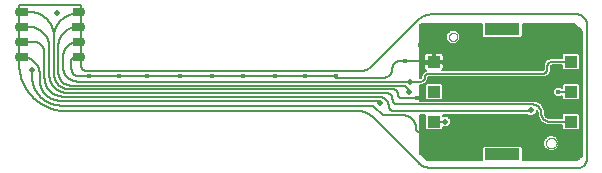
<source format=gtl>
G75*
%MOIN*%
%OFA0B0*%
%FSLAX25Y25*%
%IPPOS*%
%LPD*%
%AMOC8*
5,1,8,0,0,1.08239X$1,22.5*
%
%ADD10C,0.00600*%
%ADD11R,0.04331X0.03937*%
%ADD12R,0.11811X0.03937*%
%ADD13C,0.00000*%
%ADD14R,0.03150X0.02992*%
%ADD15C,0.03012*%
%ADD16C,0.01587*%
%ADD17C,0.02000*%
D10*
X0084622Y0059490D02*
X0089445Y0059490D01*
X0089547Y0059498D02*
X0182074Y0059498D01*
X0182221Y0059498D01*
X0186397Y0057812D02*
X0202005Y0042285D01*
X0204862Y0043100D02*
X0202362Y0045600D01*
X0202362Y0058400D01*
X0204021Y0058400D01*
X0203962Y0058341D01*
X0203962Y0053659D01*
X0204489Y0053131D01*
X0209565Y0053131D01*
X0210093Y0053659D01*
X0210093Y0054100D01*
X0211649Y0054100D01*
X0212762Y0055213D01*
X0212762Y0056787D01*
X0211649Y0057900D01*
X0210093Y0057900D01*
X0210093Y0058341D01*
X0210034Y0058400D01*
X0238175Y0058400D01*
X0238675Y0057900D01*
X0240249Y0057900D01*
X0241362Y0059013D01*
X0241362Y0059839D01*
X0241607Y0059414D01*
X0241662Y0059000D01*
X0241662Y0057875D01*
X0242787Y0055925D01*
X0244736Y0054800D01*
X0249631Y0054800D01*
X0249631Y0053659D01*
X0250158Y0053131D01*
X0255235Y0053131D01*
X0255762Y0053659D01*
X0255762Y0058341D01*
X0255235Y0058868D01*
X0250158Y0058868D01*
X0249631Y0058341D01*
X0249631Y0057200D01*
X0245862Y0057200D01*
X0245396Y0057261D01*
X0244589Y0057727D01*
X0244123Y0058534D01*
X0244062Y0059000D01*
X0244062Y0060072D01*
X0242990Y0061928D01*
X0242990Y0061928D01*
X0241134Y0063000D01*
X0202362Y0063000D01*
X0202362Y0068200D01*
X0203359Y0068200D01*
X0204452Y0068831D01*
X0203962Y0068341D01*
X0203962Y0063659D01*
X0204489Y0063131D01*
X0209565Y0063131D01*
X0210093Y0063659D01*
X0210093Y0068341D01*
X0209565Y0068868D01*
X0204516Y0068868D01*
X0204565Y0068897D01*
X0205262Y0070103D01*
X0205262Y0070800D01*
X0205262Y0072000D02*
X0205195Y0071998D01*
X0205128Y0071992D01*
X0205061Y0071983D01*
X0204995Y0071970D01*
X0204930Y0071953D01*
X0204866Y0071933D01*
X0204803Y0071909D01*
X0204741Y0071881D01*
X0204682Y0071850D01*
X0204624Y0071816D01*
X0204568Y0071779D01*
X0204514Y0071738D01*
X0204462Y0071695D01*
X0204413Y0071649D01*
X0204367Y0071600D01*
X0204324Y0071548D01*
X0204283Y0071494D01*
X0204246Y0071438D01*
X0204212Y0071380D01*
X0204181Y0071321D01*
X0204153Y0071259D01*
X0204129Y0071196D01*
X0204109Y0071132D01*
X0204092Y0071067D01*
X0204079Y0071001D01*
X0204070Y0070934D01*
X0204064Y0070867D01*
X0204062Y0070800D01*
X0205262Y0070800D02*
X0244012Y0070800D01*
X0245312Y0071550D01*
X0246062Y0072850D01*
X0246062Y0074400D01*
X0246075Y0074504D01*
X0246179Y0074683D01*
X0246358Y0074786D01*
X0246462Y0074800D01*
X0249631Y0074800D01*
X0249631Y0073659D01*
X0250158Y0073131D01*
X0255235Y0073131D01*
X0255762Y0073659D01*
X0255762Y0078341D01*
X0255235Y0078868D01*
X0250158Y0078868D01*
X0249631Y0078341D01*
X0249631Y0077200D01*
X0245712Y0077200D01*
X0244412Y0076450D01*
X0244412Y0076450D01*
X0244412Y0076450D01*
X0243662Y0075150D01*
X0243662Y0073600D01*
X0243648Y0073496D01*
X0243545Y0073317D01*
X0243365Y0073214D01*
X0243262Y0073200D01*
X0209917Y0073200D01*
X0210073Y0073356D01*
X0210218Y0073607D01*
X0210293Y0073887D01*
X0210293Y0075700D01*
X0207327Y0075700D01*
X0207327Y0076300D01*
X0206727Y0076300D01*
X0206727Y0075700D01*
X0203762Y0075700D01*
X0203762Y0073887D01*
X0203837Y0073607D01*
X0203982Y0073356D01*
X0204186Y0073151D01*
X0204360Y0073051D01*
X0203505Y0072557D01*
X0203505Y0072557D01*
X0203505Y0072557D01*
X0202862Y0071443D01*
X0202862Y0070800D01*
X0202855Y0070748D01*
X0202803Y0070659D01*
X0202714Y0070607D01*
X0202662Y0070600D01*
X0202362Y0070600D01*
X0202362Y0088100D01*
X0202862Y0088600D01*
X0223056Y0088600D01*
X0223056Y0084525D01*
X0223584Y0083998D01*
X0236140Y0083998D01*
X0236667Y0084525D01*
X0236667Y0088600D01*
X0253862Y0088600D01*
X0256362Y0086100D01*
X0256362Y0044600D01*
X0254862Y0043100D01*
X0236667Y0043100D01*
X0236667Y0047475D01*
X0236140Y0048002D01*
X0223584Y0048002D01*
X0223056Y0047475D01*
X0223056Y0043100D01*
X0204862Y0043100D01*
X0204399Y0043563D02*
X0223056Y0043563D01*
X0223056Y0044161D02*
X0203801Y0044161D01*
X0203202Y0044760D02*
X0223056Y0044760D01*
X0223056Y0045358D02*
X0202604Y0045358D01*
X0202362Y0045957D02*
X0223056Y0045957D01*
X0223056Y0046555D02*
X0202362Y0046555D01*
X0202362Y0047154D02*
X0223056Y0047154D01*
X0223334Y0047752D02*
X0202362Y0047752D01*
X0202362Y0048351D02*
X0243529Y0048351D01*
X0243529Y0048343D02*
X0243936Y0047361D01*
X0244687Y0046609D01*
X0245669Y0046202D01*
X0246732Y0046202D01*
X0247714Y0046609D01*
X0248465Y0047361D01*
X0248872Y0048343D01*
X0248872Y0049405D01*
X0248465Y0050387D01*
X0247714Y0051139D01*
X0246732Y0051546D01*
X0245669Y0051546D01*
X0244687Y0051139D01*
X0243936Y0050387D01*
X0243529Y0049405D01*
X0243529Y0048343D01*
X0243529Y0048949D02*
X0202362Y0048949D01*
X0202362Y0049548D02*
X0243588Y0049548D01*
X0243836Y0050146D02*
X0202362Y0050146D01*
X0202362Y0050745D02*
X0244293Y0050745D01*
X0245181Y0051343D02*
X0202362Y0051343D01*
X0202362Y0051942D02*
X0256362Y0051942D01*
X0256362Y0052540D02*
X0202362Y0052540D01*
X0202262Y0052600D02*
X0211462Y0052600D01*
X0210093Y0053737D02*
X0249631Y0053737D01*
X0249631Y0054336D02*
X0211885Y0054336D01*
X0213562Y0054700D02*
X0213560Y0054611D01*
X0213554Y0054522D01*
X0213545Y0054433D01*
X0213532Y0054345D01*
X0213515Y0054258D01*
X0213494Y0054171D01*
X0213470Y0054085D01*
X0213442Y0054000D01*
X0213411Y0053917D01*
X0213376Y0053835D01*
X0213337Y0053755D01*
X0213295Y0053676D01*
X0213250Y0053599D01*
X0213202Y0053524D01*
X0213150Y0053451D01*
X0213096Y0053381D01*
X0213038Y0053313D01*
X0212978Y0053247D01*
X0212915Y0053184D01*
X0212849Y0053124D01*
X0212781Y0053066D01*
X0212711Y0053012D01*
X0212638Y0052960D01*
X0212563Y0052912D01*
X0212486Y0052867D01*
X0212407Y0052825D01*
X0212327Y0052786D01*
X0212245Y0052751D01*
X0212162Y0052720D01*
X0212077Y0052692D01*
X0211991Y0052668D01*
X0211904Y0052647D01*
X0211817Y0052630D01*
X0211729Y0052617D01*
X0211640Y0052608D01*
X0211551Y0052602D01*
X0211462Y0052600D01*
X0209573Y0053139D02*
X0250151Y0053139D01*
X0248662Y0056000D02*
X0252697Y0056000D01*
X0245862Y0056000D01*
X0244504Y0054934D02*
X0212483Y0054934D01*
X0212762Y0055533D02*
X0243467Y0055533D01*
X0242787Y0055925D02*
X0242787Y0055925D01*
X0242668Y0056132D02*
X0212762Y0056132D01*
X0212762Y0056730D02*
X0242323Y0056730D01*
X0241977Y0057329D02*
X0212220Y0057329D01*
X0210093Y0057927D02*
X0238648Y0057927D01*
X0240276Y0057927D02*
X0241662Y0057927D01*
X0241662Y0058526D02*
X0240874Y0058526D01*
X0241362Y0059124D02*
X0241646Y0059124D01*
X0241429Y0059723D02*
X0241362Y0059723D01*
X0242862Y0059000D02*
X0242860Y0059105D01*
X0242854Y0059209D01*
X0242844Y0059314D01*
X0242831Y0059417D01*
X0242813Y0059521D01*
X0242792Y0059623D01*
X0242767Y0059725D01*
X0242738Y0059825D01*
X0242705Y0059925D01*
X0242668Y0060023D01*
X0242628Y0060120D01*
X0242585Y0060215D01*
X0242538Y0060308D01*
X0242487Y0060400D01*
X0242433Y0060490D01*
X0242375Y0060577D01*
X0242315Y0060663D01*
X0242251Y0060746D01*
X0242184Y0060826D01*
X0242115Y0060904D01*
X0242042Y0060980D01*
X0241966Y0061053D01*
X0241888Y0061122D01*
X0241808Y0061189D01*
X0241725Y0061253D01*
X0241639Y0061313D01*
X0241552Y0061371D01*
X0241462Y0061425D01*
X0241370Y0061476D01*
X0241277Y0061523D01*
X0241182Y0061566D01*
X0241085Y0061606D01*
X0240987Y0061643D01*
X0240887Y0061676D01*
X0240787Y0061705D01*
X0240685Y0061730D01*
X0240583Y0061751D01*
X0240479Y0061769D01*
X0240376Y0061782D01*
X0240271Y0061792D01*
X0240167Y0061798D01*
X0240062Y0061800D01*
X0195262Y0061800D01*
X0193662Y0059600D02*
X0193583Y0059602D01*
X0193505Y0059608D01*
X0193427Y0059617D01*
X0193350Y0059631D01*
X0193273Y0059648D01*
X0193198Y0059669D01*
X0193123Y0059694D01*
X0193050Y0059722D01*
X0192978Y0059754D01*
X0192908Y0059789D01*
X0192839Y0059828D01*
X0192773Y0059870D01*
X0192709Y0059915D01*
X0192647Y0059963D01*
X0192588Y0060014D01*
X0192531Y0060069D01*
X0192476Y0060126D01*
X0192425Y0060185D01*
X0192377Y0060247D01*
X0192332Y0060311D01*
X0192290Y0060377D01*
X0192251Y0060446D01*
X0192216Y0060516D01*
X0192184Y0060588D01*
X0192156Y0060661D01*
X0192131Y0060736D01*
X0192110Y0060811D01*
X0192093Y0060888D01*
X0192079Y0060965D01*
X0192070Y0061043D01*
X0192064Y0061121D01*
X0192062Y0061200D01*
X0193662Y0059600D02*
X0239262Y0059600D01*
X0239288Y0059602D01*
X0239314Y0059607D01*
X0239339Y0059615D01*
X0239362Y0059627D01*
X0239384Y0059641D01*
X0239403Y0059659D01*
X0239421Y0059678D01*
X0239435Y0059700D01*
X0239447Y0059723D01*
X0239455Y0059748D01*
X0239460Y0059774D01*
X0239462Y0059800D01*
X0243227Y0061518D02*
X0256362Y0061518D01*
X0256362Y0060920D02*
X0243572Y0060920D01*
X0243918Y0060321D02*
X0256362Y0060321D01*
X0256362Y0059723D02*
X0244062Y0059723D01*
X0244062Y0059124D02*
X0256362Y0059124D01*
X0256362Y0058526D02*
X0255578Y0058526D01*
X0255762Y0057927D02*
X0256362Y0057927D01*
X0256362Y0057329D02*
X0255762Y0057329D01*
X0255762Y0056730D02*
X0256362Y0056730D01*
X0256362Y0056132D02*
X0255762Y0056132D01*
X0255762Y0055533D02*
X0256362Y0055533D01*
X0256362Y0054934D02*
X0255762Y0054934D01*
X0255762Y0054336D02*
X0256362Y0054336D01*
X0256362Y0053737D02*
X0255762Y0053737D01*
X0255242Y0053139D02*
X0256362Y0053139D01*
X0256362Y0051343D02*
X0247220Y0051343D01*
X0248108Y0050745D02*
X0256362Y0050745D01*
X0256362Y0050146D02*
X0248565Y0050146D01*
X0248813Y0049548D02*
X0256362Y0049548D01*
X0256362Y0048949D02*
X0248872Y0048949D01*
X0248872Y0048351D02*
X0256362Y0048351D01*
X0256362Y0047752D02*
X0248628Y0047752D01*
X0248259Y0047154D02*
X0256362Y0047154D01*
X0256362Y0046555D02*
X0247584Y0046555D01*
X0244817Y0046555D02*
X0236667Y0046555D01*
X0236667Y0045957D02*
X0256362Y0045957D01*
X0256362Y0045358D02*
X0236667Y0045358D01*
X0236667Y0044760D02*
X0256362Y0044760D01*
X0255923Y0044161D02*
X0236667Y0044161D01*
X0236667Y0043563D02*
X0255325Y0043563D01*
X0258051Y0043750D02*
X0258049Y0043640D01*
X0258043Y0043530D01*
X0258034Y0043421D01*
X0258020Y0043312D01*
X0258003Y0043203D01*
X0257982Y0043095D01*
X0257957Y0042988D01*
X0257929Y0042882D01*
X0257897Y0042777D01*
X0257861Y0042673D01*
X0257822Y0042570D01*
X0257779Y0042469D01*
X0257732Y0042369D01*
X0257682Y0042271D01*
X0257629Y0042175D01*
X0257572Y0042081D01*
X0257512Y0041989D01*
X0257449Y0041898D01*
X0257383Y0041811D01*
X0257314Y0041725D01*
X0257242Y0041642D01*
X0257167Y0041562D01*
X0257089Y0041484D01*
X0257009Y0041409D01*
X0256926Y0041337D01*
X0256840Y0041268D01*
X0256753Y0041202D01*
X0256662Y0041139D01*
X0256570Y0041079D01*
X0256476Y0041022D01*
X0256380Y0040969D01*
X0256282Y0040919D01*
X0256182Y0040872D01*
X0256081Y0040829D01*
X0255978Y0040790D01*
X0255874Y0040754D01*
X0255769Y0040722D01*
X0255663Y0040694D01*
X0255556Y0040669D01*
X0255448Y0040648D01*
X0255339Y0040631D01*
X0255230Y0040617D01*
X0255121Y0040608D01*
X0255011Y0040602D01*
X0254901Y0040600D01*
X0254753Y0040600D01*
X0206328Y0040600D01*
X0206180Y0040600D01*
X0206026Y0040602D01*
X0205873Y0040608D01*
X0205719Y0040618D01*
X0205566Y0040631D01*
X0205413Y0040649D01*
X0205261Y0040671D01*
X0205109Y0040696D01*
X0204958Y0040725D01*
X0204808Y0040759D01*
X0204658Y0040796D01*
X0204510Y0040836D01*
X0204363Y0040881D01*
X0204217Y0040929D01*
X0204072Y0040981D01*
X0203928Y0041037D01*
X0203787Y0041097D01*
X0203646Y0041160D01*
X0203507Y0041226D01*
X0203371Y0041296D01*
X0203235Y0041370D01*
X0203102Y0041447D01*
X0202971Y0041527D01*
X0202842Y0041611D01*
X0202715Y0041698D01*
X0202590Y0041788D01*
X0202468Y0041882D01*
X0202348Y0041978D01*
X0202231Y0042078D01*
X0202116Y0042180D01*
X0202004Y0042285D01*
X0202362Y0053139D02*
X0204482Y0053139D01*
X0203962Y0053737D02*
X0202362Y0053737D01*
X0201262Y0053600D02*
X0201264Y0053540D01*
X0201269Y0053479D01*
X0201278Y0053420D01*
X0201291Y0053361D01*
X0201307Y0053302D01*
X0201327Y0053245D01*
X0201350Y0053190D01*
X0201377Y0053135D01*
X0201406Y0053083D01*
X0201439Y0053032D01*
X0201475Y0052983D01*
X0201513Y0052937D01*
X0201555Y0052893D01*
X0201599Y0052851D01*
X0201645Y0052813D01*
X0201694Y0052777D01*
X0201745Y0052744D01*
X0201797Y0052715D01*
X0201852Y0052688D01*
X0201907Y0052665D01*
X0201964Y0052645D01*
X0202023Y0052629D01*
X0202082Y0052616D01*
X0202141Y0052607D01*
X0202202Y0052602D01*
X0202262Y0052600D01*
X0202362Y0054336D02*
X0203962Y0054336D01*
X0203962Y0054934D02*
X0202362Y0054934D01*
X0202362Y0055533D02*
X0203962Y0055533D01*
X0203962Y0056132D02*
X0202362Y0056132D01*
X0202362Y0056730D02*
X0203962Y0056730D01*
X0203962Y0057329D02*
X0202362Y0057329D01*
X0202362Y0057927D02*
X0203962Y0057927D01*
X0207027Y0056000D02*
X0210862Y0056000D01*
X0213562Y0055700D02*
X0213562Y0054700D01*
X0201262Y0053600D02*
X0201260Y0053734D01*
X0201254Y0053867D01*
X0201244Y0054001D01*
X0201231Y0054134D01*
X0201213Y0054267D01*
X0201192Y0054399D01*
X0201167Y0054530D01*
X0201138Y0054661D01*
X0201105Y0054791D01*
X0201069Y0054919D01*
X0201029Y0055047D01*
X0200985Y0055173D01*
X0200937Y0055298D01*
X0200886Y0055422D01*
X0200831Y0055544D01*
X0200773Y0055664D01*
X0200711Y0055783D01*
X0200646Y0055900D01*
X0200577Y0056015D01*
X0200505Y0056128D01*
X0200430Y0056238D01*
X0200352Y0056347D01*
X0200270Y0056453D01*
X0200186Y0056557D01*
X0200098Y0056658D01*
X0200008Y0056757D01*
X0199915Y0056853D01*
X0199819Y0056946D01*
X0199720Y0057036D01*
X0199619Y0057124D01*
X0199515Y0057208D01*
X0199409Y0057290D01*
X0199300Y0057368D01*
X0199190Y0057443D01*
X0199077Y0057515D01*
X0198962Y0057584D01*
X0198845Y0057649D01*
X0198726Y0057711D01*
X0198606Y0057769D01*
X0198484Y0057824D01*
X0198360Y0057875D01*
X0198235Y0057923D01*
X0198109Y0057967D01*
X0197981Y0058007D01*
X0197853Y0058043D01*
X0197723Y0058076D01*
X0197592Y0058105D01*
X0197461Y0058130D01*
X0197329Y0058151D01*
X0197196Y0058169D01*
X0197063Y0058182D01*
X0196929Y0058192D01*
X0196796Y0058198D01*
X0196662Y0058200D01*
X0190062Y0058200D01*
X0186862Y0061400D01*
X0083062Y0061400D01*
X0082662Y0063000D02*
X0188262Y0063000D01*
X0188317Y0062998D01*
X0188371Y0062993D01*
X0188425Y0062983D01*
X0188478Y0062970D01*
X0188530Y0062954D01*
X0188581Y0062934D01*
X0188630Y0062910D01*
X0188678Y0062884D01*
X0188723Y0062854D01*
X0188767Y0062821D01*
X0188808Y0062785D01*
X0188847Y0062746D01*
X0188883Y0062705D01*
X0188916Y0062661D01*
X0188946Y0062616D01*
X0188972Y0062568D01*
X0188996Y0062519D01*
X0189016Y0062468D01*
X0189032Y0062416D01*
X0189045Y0062363D01*
X0189055Y0062309D01*
X0189060Y0062255D01*
X0189062Y0062200D01*
X0188862Y0064400D02*
X0188974Y0064398D01*
X0189085Y0064392D01*
X0189196Y0064382D01*
X0189307Y0064369D01*
X0189418Y0064351D01*
X0189527Y0064330D01*
X0189636Y0064305D01*
X0189744Y0064276D01*
X0189851Y0064243D01*
X0189956Y0064207D01*
X0190061Y0064167D01*
X0190164Y0064123D01*
X0190265Y0064076D01*
X0190364Y0064025D01*
X0190462Y0063971D01*
X0190558Y0063914D01*
X0190651Y0063853D01*
X0190743Y0063789D01*
X0190832Y0063722D01*
X0190919Y0063651D01*
X0191003Y0063578D01*
X0191085Y0063502D01*
X0191164Y0063423D01*
X0191240Y0063341D01*
X0191313Y0063257D01*
X0191384Y0063170D01*
X0191451Y0063081D01*
X0191515Y0062989D01*
X0191576Y0062896D01*
X0191633Y0062800D01*
X0191687Y0062702D01*
X0191738Y0062603D01*
X0191785Y0062502D01*
X0191829Y0062399D01*
X0191869Y0062294D01*
X0191905Y0062189D01*
X0191938Y0062082D01*
X0191967Y0061974D01*
X0191992Y0061865D01*
X0192013Y0061756D01*
X0192031Y0061645D01*
X0192044Y0061534D01*
X0192054Y0061423D01*
X0192060Y0061312D01*
X0192062Y0061200D01*
X0193262Y0063800D02*
X0193260Y0063883D01*
X0193254Y0063966D01*
X0193245Y0064049D01*
X0193231Y0064131D01*
X0193214Y0064212D01*
X0193193Y0064293D01*
X0193169Y0064372D01*
X0193140Y0064450D01*
X0193109Y0064527D01*
X0193073Y0064602D01*
X0193035Y0064676D01*
X0192992Y0064748D01*
X0192947Y0064817D01*
X0192898Y0064885D01*
X0192847Y0064950D01*
X0192792Y0065013D01*
X0192735Y0065073D01*
X0192675Y0065130D01*
X0192612Y0065185D01*
X0192547Y0065236D01*
X0192479Y0065285D01*
X0192410Y0065330D01*
X0192338Y0065373D01*
X0192264Y0065411D01*
X0192189Y0065447D01*
X0192112Y0065478D01*
X0192034Y0065507D01*
X0191955Y0065531D01*
X0191874Y0065552D01*
X0191793Y0065569D01*
X0191711Y0065583D01*
X0191628Y0065592D01*
X0191545Y0065598D01*
X0191462Y0065600D01*
X0085062Y0065600D01*
X0085662Y0066800D02*
X0193662Y0066800D01*
X0193735Y0066798D01*
X0193808Y0066792D01*
X0193881Y0066783D01*
X0193953Y0066769D01*
X0194024Y0066752D01*
X0194095Y0066731D01*
X0194164Y0066707D01*
X0194231Y0066679D01*
X0194298Y0066647D01*
X0194362Y0066612D01*
X0194424Y0066574D01*
X0194485Y0066533D01*
X0194543Y0066488D01*
X0194599Y0066440D01*
X0194652Y0066390D01*
X0194702Y0066337D01*
X0194750Y0066281D01*
X0194795Y0066223D01*
X0194836Y0066162D01*
X0194874Y0066100D01*
X0194909Y0066036D01*
X0194941Y0065969D01*
X0194969Y0065902D01*
X0194993Y0065833D01*
X0195014Y0065762D01*
X0195031Y0065691D01*
X0195045Y0065619D01*
X0195054Y0065546D01*
X0195060Y0065473D01*
X0195062Y0065400D01*
X0195064Y0065321D01*
X0195070Y0065243D01*
X0195079Y0065165D01*
X0195093Y0065088D01*
X0195110Y0065011D01*
X0195131Y0064936D01*
X0195156Y0064861D01*
X0195184Y0064788D01*
X0195216Y0064716D01*
X0195251Y0064646D01*
X0195290Y0064577D01*
X0195332Y0064511D01*
X0195377Y0064447D01*
X0195425Y0064385D01*
X0195476Y0064326D01*
X0195531Y0064269D01*
X0195588Y0064214D01*
X0195647Y0064163D01*
X0195709Y0064115D01*
X0195773Y0064070D01*
X0195839Y0064028D01*
X0195908Y0063989D01*
X0195978Y0063954D01*
X0196050Y0063922D01*
X0196123Y0063894D01*
X0196198Y0063869D01*
X0196273Y0063848D01*
X0196350Y0063831D01*
X0196427Y0063817D01*
X0196505Y0063808D01*
X0196583Y0063802D01*
X0196662Y0063800D01*
X0201362Y0063800D01*
X0202362Y0063912D02*
X0203962Y0063912D01*
X0203962Y0064511D02*
X0202362Y0064511D01*
X0202362Y0065109D02*
X0203962Y0065109D01*
X0203962Y0065708D02*
X0202362Y0065708D01*
X0202362Y0066306D02*
X0203962Y0066306D01*
X0203962Y0066905D02*
X0202362Y0066905D01*
X0202362Y0067503D02*
X0203962Y0067503D01*
X0203962Y0068102D02*
X0202362Y0068102D01*
X0202662Y0069400D02*
X0199062Y0069400D01*
X0088462Y0069400D01*
X0086462Y0068000D02*
X0196662Y0068000D01*
X0196749Y0067998D01*
X0196836Y0067992D01*
X0196923Y0067983D01*
X0197009Y0067970D01*
X0197095Y0067953D01*
X0197180Y0067932D01*
X0197263Y0067907D01*
X0197346Y0067879D01*
X0197427Y0067848D01*
X0197507Y0067813D01*
X0197585Y0067774D01*
X0197662Y0067732D01*
X0197737Y0067687D01*
X0197809Y0067638D01*
X0197880Y0067587D01*
X0197948Y0067532D01*
X0198013Y0067475D01*
X0198076Y0067414D01*
X0198137Y0067351D01*
X0198194Y0067286D01*
X0198249Y0067218D01*
X0198300Y0067147D01*
X0198349Y0067075D01*
X0198394Y0067000D01*
X0198436Y0066923D01*
X0198475Y0066845D01*
X0198510Y0066765D01*
X0198541Y0066684D01*
X0198569Y0066601D01*
X0198594Y0066518D01*
X0198615Y0066433D01*
X0198632Y0066347D01*
X0198645Y0066261D01*
X0198654Y0066174D01*
X0198660Y0066087D01*
X0198662Y0066000D01*
X0195262Y0061800D02*
X0195175Y0061802D01*
X0195088Y0061808D01*
X0195001Y0061817D01*
X0194915Y0061830D01*
X0194829Y0061847D01*
X0194744Y0061868D01*
X0194661Y0061893D01*
X0194578Y0061921D01*
X0194497Y0061952D01*
X0194417Y0061987D01*
X0194339Y0062026D01*
X0194262Y0062068D01*
X0194187Y0062113D01*
X0194115Y0062162D01*
X0194044Y0062213D01*
X0193976Y0062268D01*
X0193911Y0062325D01*
X0193848Y0062386D01*
X0193787Y0062449D01*
X0193730Y0062514D01*
X0193675Y0062582D01*
X0193624Y0062653D01*
X0193575Y0062725D01*
X0193530Y0062800D01*
X0193488Y0062877D01*
X0193449Y0062955D01*
X0193414Y0063035D01*
X0193383Y0063116D01*
X0193355Y0063199D01*
X0193330Y0063282D01*
X0193309Y0063367D01*
X0193292Y0063453D01*
X0193279Y0063539D01*
X0193270Y0063626D01*
X0193264Y0063713D01*
X0193262Y0063800D01*
X0188862Y0064400D02*
X0083662Y0064400D01*
X0082662Y0063000D02*
X0082493Y0063002D01*
X0082324Y0063008D01*
X0082155Y0063018D01*
X0081986Y0063033D01*
X0081818Y0063051D01*
X0081651Y0063073D01*
X0081484Y0063100D01*
X0081317Y0063130D01*
X0081152Y0063165D01*
X0080987Y0063203D01*
X0080823Y0063246D01*
X0080660Y0063292D01*
X0080499Y0063343D01*
X0080339Y0063397D01*
X0080180Y0063455D01*
X0080022Y0063517D01*
X0079866Y0063582D01*
X0079712Y0063652D01*
X0079560Y0063725D01*
X0079409Y0063802D01*
X0079260Y0063882D01*
X0079113Y0063966D01*
X0078969Y0064054D01*
X0078826Y0064145D01*
X0078686Y0064239D01*
X0078548Y0064337D01*
X0078412Y0064438D01*
X0078279Y0064542D01*
X0078148Y0064650D01*
X0078020Y0064760D01*
X0077895Y0064874D01*
X0077772Y0064991D01*
X0077653Y0065110D01*
X0077536Y0065233D01*
X0077422Y0065358D01*
X0077312Y0065486D01*
X0077204Y0065617D01*
X0077100Y0065750D01*
X0076999Y0065886D01*
X0076901Y0066024D01*
X0076807Y0066164D01*
X0076716Y0066307D01*
X0076628Y0066451D01*
X0076544Y0066598D01*
X0076464Y0066747D01*
X0076387Y0066898D01*
X0076314Y0067050D01*
X0076244Y0067204D01*
X0076179Y0067360D01*
X0076117Y0067518D01*
X0076059Y0067677D01*
X0076005Y0067837D01*
X0075954Y0067998D01*
X0075908Y0068161D01*
X0075865Y0068325D01*
X0075827Y0068490D01*
X0075792Y0068655D01*
X0075762Y0068822D01*
X0075735Y0068989D01*
X0075713Y0069156D01*
X0075695Y0069324D01*
X0075680Y0069493D01*
X0075670Y0069662D01*
X0075664Y0069831D01*
X0075662Y0070000D01*
X0075662Y0072257D01*
X0073062Y0071400D02*
X0073062Y0073200D01*
X0075662Y0072257D02*
X0075652Y0072404D01*
X0075639Y0072552D01*
X0075621Y0072698D01*
X0075600Y0072844D01*
X0075575Y0072990D01*
X0075546Y0073135D01*
X0075513Y0073279D01*
X0075477Y0073422D01*
X0075436Y0073564D01*
X0075392Y0073705D01*
X0075345Y0073845D01*
X0075294Y0073984D01*
X0075239Y0074121D01*
X0075180Y0074256D01*
X0075118Y0074391D01*
X0075053Y0074523D01*
X0074984Y0074654D01*
X0074912Y0074783D01*
X0074836Y0074909D01*
X0074757Y0075034D01*
X0074675Y0075157D01*
X0074590Y0075278D01*
X0074501Y0075396D01*
X0074409Y0075512D01*
X0074315Y0075625D01*
X0074217Y0075736D01*
X0074117Y0075845D01*
X0074014Y0075951D01*
X0073908Y0076054D01*
X0073799Y0076154D01*
X0073688Y0076251D01*
X0073575Y0076345D01*
X0073459Y0076437D01*
X0073340Y0076525D01*
X0073219Y0076610D01*
X0073096Y0076692D01*
X0072971Y0076771D01*
X0072844Y0076846D01*
X0072715Y0076918D01*
X0072585Y0076987D01*
X0072452Y0077052D01*
X0072318Y0077114D01*
X0072182Y0077172D01*
X0072045Y0077227D01*
X0071906Y0077278D01*
X0071766Y0077325D01*
X0071625Y0077369D01*
X0071483Y0077409D01*
X0071340Y0077445D01*
X0071196Y0077478D01*
X0071051Y0077506D01*
X0070905Y0077531D01*
X0070759Y0077552D01*
X0070612Y0077570D01*
X0070465Y0077583D01*
X0070318Y0077593D01*
X0070170Y0077598D01*
X0070022Y0077600D01*
X0069875Y0077598D01*
X0069727Y0077592D01*
X0068778Y0077592D01*
X0068779Y0077592D02*
X0068815Y0077627D01*
X0068855Y0077658D01*
X0068896Y0077686D01*
X0068939Y0077711D01*
X0068985Y0077733D01*
X0069031Y0077751D01*
X0069079Y0077766D01*
X0069128Y0077777D01*
X0069178Y0077785D01*
X0069228Y0077789D01*
X0069278Y0077789D01*
X0069328Y0077785D01*
X0069378Y0077777D01*
X0069427Y0077766D01*
X0069475Y0077751D01*
X0069521Y0077733D01*
X0069567Y0077711D01*
X0069610Y0077686D01*
X0069651Y0077658D01*
X0069691Y0077627D01*
X0069727Y0077592D01*
X0070281Y0077638D01*
X0070254Y0077610D01*
X0070225Y0077584D01*
X0070194Y0077562D01*
X0070161Y0077542D01*
X0070126Y0077527D01*
X0070089Y0077514D01*
X0070052Y0077505D01*
X0070013Y0077500D01*
X0069975Y0077499D01*
X0069936Y0077502D01*
X0069898Y0077508D01*
X0069861Y0077518D01*
X0069825Y0077531D01*
X0069790Y0077548D01*
X0069757Y0077569D01*
X0069727Y0077592D01*
X0069741Y0077592D01*
X0069727Y0077592D02*
X0069691Y0077627D01*
X0069651Y0077658D01*
X0069610Y0077686D01*
X0069567Y0077711D01*
X0069521Y0077733D01*
X0069475Y0077751D01*
X0069427Y0077766D01*
X0069378Y0077777D01*
X0069328Y0077785D01*
X0069278Y0077789D01*
X0069228Y0077789D01*
X0069178Y0077785D01*
X0069128Y0077777D01*
X0069079Y0077766D01*
X0069031Y0077751D01*
X0068985Y0077733D01*
X0068939Y0077711D01*
X0068896Y0077686D01*
X0068855Y0077658D01*
X0068815Y0077627D01*
X0068779Y0077592D01*
X0068815Y0077627D01*
X0068855Y0077658D01*
X0068896Y0077686D01*
X0068939Y0077711D01*
X0068985Y0077733D01*
X0069031Y0077751D01*
X0069079Y0077766D01*
X0069128Y0077777D01*
X0069178Y0077785D01*
X0069228Y0077789D01*
X0069278Y0077789D01*
X0069328Y0077785D01*
X0069378Y0077777D01*
X0069427Y0077766D01*
X0069475Y0077751D01*
X0069521Y0077733D01*
X0069567Y0077711D01*
X0069610Y0077686D01*
X0069651Y0077658D01*
X0069691Y0077627D01*
X0069727Y0077592D01*
X0068839Y0075360D02*
X0068839Y0094750D01*
X0068839Y0094897D02*
X0089311Y0094897D01*
X0089311Y0094750D02*
X0089311Y0075360D01*
X0083462Y0074400D02*
X0083464Y0074260D01*
X0083470Y0074120D01*
X0083480Y0073980D01*
X0083493Y0073840D01*
X0083511Y0073701D01*
X0083533Y0073562D01*
X0083558Y0073425D01*
X0083587Y0073287D01*
X0083620Y0073151D01*
X0083657Y0073016D01*
X0083698Y0072882D01*
X0083743Y0072749D01*
X0083791Y0072617D01*
X0083843Y0072487D01*
X0083898Y0072358D01*
X0083957Y0072231D01*
X0084020Y0072105D01*
X0084086Y0071981D01*
X0084155Y0071860D01*
X0084228Y0071740D01*
X0084305Y0071622D01*
X0084384Y0071507D01*
X0084467Y0071393D01*
X0084553Y0071283D01*
X0084642Y0071174D01*
X0084734Y0071068D01*
X0084829Y0070965D01*
X0084926Y0070864D01*
X0085027Y0070767D01*
X0085130Y0070672D01*
X0085236Y0070580D01*
X0085345Y0070491D01*
X0085455Y0070405D01*
X0085569Y0070322D01*
X0085684Y0070243D01*
X0085802Y0070166D01*
X0085922Y0070093D01*
X0086043Y0070024D01*
X0086167Y0069958D01*
X0086293Y0069895D01*
X0086420Y0069836D01*
X0086549Y0069781D01*
X0086679Y0069729D01*
X0086811Y0069681D01*
X0086944Y0069636D01*
X0087078Y0069595D01*
X0087213Y0069558D01*
X0087349Y0069525D01*
X0087487Y0069496D01*
X0087624Y0069471D01*
X0087763Y0069449D01*
X0087902Y0069431D01*
X0088042Y0069418D01*
X0088182Y0069408D01*
X0088322Y0069402D01*
X0088462Y0069400D01*
X0088962Y0071100D02*
X0092062Y0071100D01*
X0102062Y0071100D01*
X0111562Y0071100D01*
X0122562Y0071100D01*
X0133062Y0071100D01*
X0143562Y0071100D01*
X0153962Y0071100D01*
X0164062Y0071100D01*
X0174362Y0071100D01*
X0174364Y0071061D01*
X0174370Y0071022D01*
X0174379Y0070984D01*
X0174392Y0070947D01*
X0174409Y0070911D01*
X0174429Y0070878D01*
X0174453Y0070846D01*
X0174479Y0070817D01*
X0174508Y0070791D01*
X0174540Y0070767D01*
X0174573Y0070747D01*
X0174609Y0070730D01*
X0174646Y0070717D01*
X0174684Y0070708D01*
X0174723Y0070702D01*
X0174762Y0070700D01*
X0190062Y0070700D01*
X0190174Y0070702D01*
X0190285Y0070708D01*
X0190396Y0070718D01*
X0190507Y0070731D01*
X0190618Y0070749D01*
X0190727Y0070770D01*
X0190836Y0070795D01*
X0190944Y0070824D01*
X0191051Y0070857D01*
X0191156Y0070893D01*
X0191261Y0070933D01*
X0191364Y0070977D01*
X0191465Y0071024D01*
X0191564Y0071075D01*
X0191662Y0071129D01*
X0191758Y0071186D01*
X0191851Y0071247D01*
X0191943Y0071311D01*
X0192032Y0071378D01*
X0192119Y0071449D01*
X0192203Y0071522D01*
X0192285Y0071598D01*
X0192364Y0071677D01*
X0192440Y0071759D01*
X0192513Y0071843D01*
X0192584Y0071930D01*
X0192651Y0072019D01*
X0192715Y0072111D01*
X0192776Y0072204D01*
X0192833Y0072300D01*
X0192887Y0072398D01*
X0192938Y0072497D01*
X0192985Y0072598D01*
X0193029Y0072701D01*
X0193069Y0072806D01*
X0193105Y0072911D01*
X0193138Y0073018D01*
X0193167Y0073126D01*
X0193192Y0073235D01*
X0193213Y0073344D01*
X0193231Y0073455D01*
X0193244Y0073566D01*
X0193254Y0073677D01*
X0193260Y0073788D01*
X0193262Y0073900D01*
X0193264Y0073995D01*
X0193270Y0074090D01*
X0193280Y0074184D01*
X0193293Y0074279D01*
X0193311Y0074372D01*
X0193332Y0074465D01*
X0193358Y0074556D01*
X0193387Y0074647D01*
X0193419Y0074736D01*
X0193456Y0074824D01*
X0193496Y0074910D01*
X0193539Y0074995D01*
X0193586Y0075077D01*
X0193637Y0075158D01*
X0193690Y0075236D01*
X0193747Y0075313D01*
X0193807Y0075386D01*
X0193870Y0075458D01*
X0193936Y0075526D01*
X0194004Y0075592D01*
X0194076Y0075655D01*
X0194149Y0075715D01*
X0194226Y0075772D01*
X0194304Y0075825D01*
X0194385Y0075876D01*
X0194467Y0075923D01*
X0194552Y0075966D01*
X0194638Y0076006D01*
X0194726Y0076043D01*
X0194815Y0076075D01*
X0194906Y0076104D01*
X0194997Y0076130D01*
X0195090Y0076151D01*
X0195183Y0076169D01*
X0195278Y0076182D01*
X0195372Y0076192D01*
X0195467Y0076198D01*
X0195562Y0076200D01*
X0197562Y0076200D01*
X0202162Y0076200D01*
X0202362Y0076481D02*
X0203762Y0076481D01*
X0203762Y0076300D02*
X0206727Y0076300D01*
X0206727Y0079068D01*
X0204717Y0079068D01*
X0204437Y0078994D01*
X0204186Y0078849D01*
X0203982Y0078644D01*
X0203837Y0078393D01*
X0203762Y0078113D01*
X0203762Y0076300D01*
X0203762Y0077079D02*
X0202362Y0077079D01*
X0202362Y0077678D02*
X0203762Y0077678D01*
X0203806Y0078276D02*
X0202362Y0078276D01*
X0202362Y0078875D02*
X0204232Y0078875D01*
X0202362Y0079473D02*
X0256362Y0079473D01*
X0256362Y0078875D02*
X0209823Y0078875D01*
X0209868Y0078849D02*
X0209617Y0078994D01*
X0209337Y0079068D01*
X0207327Y0079068D01*
X0207327Y0076300D01*
X0210293Y0076300D01*
X0210293Y0078113D01*
X0210218Y0078393D01*
X0210073Y0078644D01*
X0209868Y0078849D01*
X0210249Y0078276D02*
X0249631Y0078276D01*
X0249631Y0077678D02*
X0210293Y0077678D01*
X0210293Y0077079D02*
X0245503Y0077079D01*
X0244466Y0076481D02*
X0210293Y0076481D01*
X0210293Y0075284D02*
X0243739Y0075284D01*
X0243662Y0074685D02*
X0210293Y0074685D01*
X0210293Y0074087D02*
X0243662Y0074087D01*
X0243644Y0073488D02*
X0210149Y0073488D01*
X0207327Y0075882D02*
X0244085Y0075882D01*
X0244862Y0074400D02*
X0244862Y0073600D01*
X0246062Y0073488D02*
X0249802Y0073488D01*
X0249631Y0074087D02*
X0246062Y0074087D01*
X0244862Y0074400D02*
X0244864Y0074479D01*
X0244870Y0074557D01*
X0244879Y0074635D01*
X0244893Y0074712D01*
X0244910Y0074789D01*
X0244931Y0074864D01*
X0244956Y0074939D01*
X0244984Y0075012D01*
X0245016Y0075084D01*
X0245051Y0075154D01*
X0245090Y0075223D01*
X0245132Y0075289D01*
X0245177Y0075353D01*
X0245225Y0075415D01*
X0245276Y0075474D01*
X0245331Y0075531D01*
X0245388Y0075586D01*
X0245447Y0075637D01*
X0245509Y0075685D01*
X0245573Y0075730D01*
X0245639Y0075772D01*
X0245708Y0075811D01*
X0245778Y0075846D01*
X0245850Y0075878D01*
X0245923Y0075906D01*
X0245998Y0075931D01*
X0246073Y0075952D01*
X0246150Y0075969D01*
X0246227Y0075983D01*
X0246305Y0075992D01*
X0246383Y0075998D01*
X0246462Y0076000D01*
X0252697Y0076000D01*
X0255762Y0075882D02*
X0256362Y0075882D01*
X0256362Y0075284D02*
X0255762Y0075284D01*
X0255762Y0074685D02*
X0256362Y0074685D01*
X0256362Y0074087D02*
X0255762Y0074087D01*
X0255591Y0073488D02*
X0256362Y0073488D01*
X0256362Y0072890D02*
X0246062Y0072890D01*
X0245739Y0072291D02*
X0256362Y0072291D01*
X0256362Y0071693D02*
X0245394Y0071693D01*
X0245312Y0071550D02*
X0245312Y0071550D01*
X0245312Y0071550D01*
X0244522Y0071094D02*
X0256362Y0071094D01*
X0256362Y0070496D02*
X0205262Y0070496D01*
X0205143Y0069897D02*
X0256362Y0069897D01*
X0256362Y0069299D02*
X0204797Y0069299D01*
X0204565Y0068897D02*
X0204565Y0068897D01*
X0204565Y0068897D01*
X0204321Y0068700D02*
X0204225Y0068700D01*
X0202662Y0069400D02*
X0202735Y0069402D01*
X0202808Y0069408D01*
X0202881Y0069417D01*
X0202953Y0069431D01*
X0203024Y0069448D01*
X0203095Y0069469D01*
X0203164Y0069493D01*
X0203231Y0069521D01*
X0203298Y0069553D01*
X0203362Y0069588D01*
X0203424Y0069626D01*
X0203485Y0069667D01*
X0203543Y0069712D01*
X0203599Y0069760D01*
X0203652Y0069810D01*
X0203702Y0069863D01*
X0203750Y0069919D01*
X0203795Y0069977D01*
X0203836Y0070038D01*
X0203874Y0070100D01*
X0203909Y0070164D01*
X0203941Y0070231D01*
X0203969Y0070298D01*
X0203993Y0070367D01*
X0204014Y0070438D01*
X0204031Y0070509D01*
X0204045Y0070581D01*
X0204054Y0070654D01*
X0204060Y0070727D01*
X0204062Y0070800D01*
X0202862Y0071094D02*
X0202362Y0071094D01*
X0202362Y0071693D02*
X0203006Y0071693D01*
X0203352Y0072291D02*
X0202362Y0072291D01*
X0202362Y0072890D02*
X0204082Y0072890D01*
X0203905Y0073488D02*
X0202362Y0073488D01*
X0202362Y0074087D02*
X0203762Y0074087D01*
X0203762Y0074685D02*
X0202362Y0074685D01*
X0203162Y0075200D02*
X0203160Y0075260D01*
X0203155Y0075321D01*
X0203146Y0075380D01*
X0203133Y0075439D01*
X0203117Y0075498D01*
X0203097Y0075555D01*
X0203074Y0075610D01*
X0203047Y0075665D01*
X0203018Y0075717D01*
X0202985Y0075768D01*
X0202949Y0075817D01*
X0202911Y0075863D01*
X0202869Y0075907D01*
X0202825Y0075949D01*
X0202779Y0075987D01*
X0202730Y0076023D01*
X0202679Y0076056D01*
X0202627Y0076085D01*
X0202572Y0076112D01*
X0202517Y0076135D01*
X0202460Y0076155D01*
X0202401Y0076171D01*
X0202342Y0076184D01*
X0202283Y0076193D01*
X0202222Y0076198D01*
X0202162Y0076200D01*
X0202362Y0075882D02*
X0206727Y0075882D01*
X0207027Y0076000D02*
X0206227Y0075200D01*
X0203162Y0075200D01*
X0203062Y0075200D01*
X0202362Y0075284D02*
X0203762Y0075284D01*
X0206727Y0076481D02*
X0207327Y0076481D01*
X0207327Y0077079D02*
X0206727Y0077079D01*
X0206727Y0077678D02*
X0207327Y0077678D01*
X0207327Y0078276D02*
X0206727Y0078276D01*
X0206727Y0078875D02*
X0207327Y0078875D01*
X0202362Y0080072D02*
X0256362Y0080072D01*
X0256362Y0080670D02*
X0202362Y0080670D01*
X0202362Y0081269D02*
X0256362Y0081269D01*
X0256362Y0081868D02*
X0202362Y0081868D01*
X0202362Y0082466D02*
X0212143Y0082466D01*
X0212580Y0082029D02*
X0214467Y0082029D01*
X0215801Y0083364D01*
X0215801Y0085251D01*
X0214467Y0086585D01*
X0212580Y0086585D01*
X0211245Y0085251D01*
X0211245Y0083364D01*
X0212580Y0082029D01*
X0211544Y0083065D02*
X0202362Y0083065D01*
X0202362Y0083663D02*
X0211245Y0083663D01*
X0211245Y0084262D02*
X0202362Y0084262D01*
X0202362Y0084860D02*
X0211245Y0084860D01*
X0211453Y0085459D02*
X0202362Y0085459D01*
X0202362Y0086057D02*
X0212052Y0086057D01*
X0214995Y0086057D02*
X0223056Y0086057D01*
X0223056Y0085459D02*
X0215593Y0085459D01*
X0215801Y0084860D02*
X0223056Y0084860D01*
X0223320Y0084262D02*
X0215801Y0084262D01*
X0215801Y0083663D02*
X0256362Y0083663D01*
X0256362Y0083065D02*
X0215502Y0083065D01*
X0214904Y0082466D02*
X0256362Y0082466D01*
X0256362Y0084262D02*
X0236404Y0084262D01*
X0236667Y0084860D02*
X0256362Y0084860D01*
X0256362Y0085459D02*
X0236667Y0085459D01*
X0236667Y0086057D02*
X0256362Y0086057D01*
X0255806Y0086656D02*
X0236667Y0086656D01*
X0236667Y0087254D02*
X0255208Y0087254D01*
X0254609Y0087853D02*
X0236667Y0087853D01*
X0236667Y0088451D02*
X0254011Y0088451D01*
X0254901Y0091781D02*
X0255011Y0091779D01*
X0255121Y0091773D01*
X0255230Y0091764D01*
X0255339Y0091750D01*
X0255448Y0091733D01*
X0255556Y0091712D01*
X0255663Y0091687D01*
X0255769Y0091659D01*
X0255874Y0091627D01*
X0255978Y0091591D01*
X0256081Y0091552D01*
X0256182Y0091509D01*
X0256282Y0091462D01*
X0256380Y0091412D01*
X0256476Y0091359D01*
X0256570Y0091302D01*
X0256662Y0091242D01*
X0256753Y0091179D01*
X0256840Y0091113D01*
X0256926Y0091044D01*
X0257009Y0090972D01*
X0257089Y0090897D01*
X0257167Y0090819D01*
X0257242Y0090739D01*
X0257314Y0090656D01*
X0257383Y0090570D01*
X0257449Y0090483D01*
X0257512Y0090392D01*
X0257572Y0090300D01*
X0257629Y0090206D01*
X0257682Y0090110D01*
X0257732Y0090012D01*
X0257779Y0089912D01*
X0257822Y0089811D01*
X0257861Y0089708D01*
X0257897Y0089604D01*
X0257929Y0089499D01*
X0257957Y0089393D01*
X0257982Y0089286D01*
X0258003Y0089178D01*
X0258020Y0089069D01*
X0258034Y0088960D01*
X0258043Y0088851D01*
X0258049Y0088741D01*
X0258051Y0088631D01*
X0258050Y0088631D02*
X0258050Y0043750D01*
X0244142Y0047154D02*
X0236667Y0047154D01*
X0236390Y0047752D02*
X0243773Y0047752D01*
X0245280Y0057329D02*
X0249631Y0057329D01*
X0249631Y0057927D02*
X0244474Y0057927D01*
X0244128Y0058526D02*
X0249815Y0058526D01*
X0245862Y0056000D02*
X0245755Y0056002D01*
X0245648Y0056008D01*
X0245541Y0056017D01*
X0245435Y0056031D01*
X0245329Y0056048D01*
X0245224Y0056069D01*
X0245120Y0056093D01*
X0245017Y0056122D01*
X0244915Y0056154D01*
X0244814Y0056189D01*
X0244714Y0056228D01*
X0244616Y0056271D01*
X0244519Y0056317D01*
X0244424Y0056367D01*
X0244331Y0056420D01*
X0244240Y0056476D01*
X0244151Y0056536D01*
X0244064Y0056598D01*
X0243980Y0056664D01*
X0243897Y0056733D01*
X0243818Y0056804D01*
X0243741Y0056879D01*
X0243666Y0056956D01*
X0243595Y0057035D01*
X0243526Y0057118D01*
X0243460Y0057202D01*
X0243398Y0057289D01*
X0243338Y0057378D01*
X0243282Y0057469D01*
X0243229Y0057562D01*
X0243179Y0057657D01*
X0243133Y0057754D01*
X0243090Y0057852D01*
X0243051Y0057952D01*
X0243016Y0058053D01*
X0242984Y0058155D01*
X0242955Y0058258D01*
X0242931Y0058362D01*
X0242910Y0058467D01*
X0242893Y0058573D01*
X0242879Y0058679D01*
X0242870Y0058786D01*
X0242864Y0058893D01*
X0242862Y0059000D01*
X0242990Y0061928D02*
X0242990Y0061928D01*
X0242664Y0062117D02*
X0256362Y0062117D01*
X0256362Y0062715D02*
X0241627Y0062715D01*
X0246868Y0065198D02*
X0247860Y0064206D01*
X0249263Y0064206D01*
X0249631Y0064574D01*
X0249631Y0063659D01*
X0250158Y0063131D01*
X0255235Y0063131D01*
X0255762Y0063659D01*
X0255762Y0068341D01*
X0255235Y0068868D01*
X0250158Y0068868D01*
X0249631Y0068341D01*
X0249631Y0067226D01*
X0249263Y0067594D01*
X0247860Y0067594D01*
X0246868Y0066602D01*
X0246868Y0065198D01*
X0246957Y0065109D02*
X0210093Y0065109D01*
X0210093Y0064511D02*
X0247556Y0064511D01*
X0246868Y0065708D02*
X0210093Y0065708D01*
X0210093Y0066306D02*
X0246868Y0066306D01*
X0247171Y0066905D02*
X0210093Y0066905D01*
X0210093Y0067503D02*
X0247770Y0067503D01*
X0249354Y0067503D02*
X0249631Y0067503D01*
X0249631Y0068102D02*
X0210093Y0068102D01*
X0209734Y0068700D02*
X0249990Y0068700D01*
X0248562Y0065900D02*
X0252597Y0065900D01*
X0252697Y0066000D01*
X0255762Y0065708D02*
X0256362Y0065708D01*
X0256362Y0066306D02*
X0255762Y0066306D01*
X0255762Y0066905D02*
X0256362Y0066905D01*
X0256362Y0067503D02*
X0255762Y0067503D01*
X0255762Y0068102D02*
X0256362Y0068102D01*
X0256362Y0068700D02*
X0255403Y0068700D01*
X0255762Y0065109D02*
X0256362Y0065109D01*
X0256362Y0064511D02*
X0255762Y0064511D01*
X0255762Y0063912D02*
X0256362Y0063912D01*
X0256362Y0063314D02*
X0255417Y0063314D01*
X0249976Y0063314D02*
X0209748Y0063314D01*
X0210093Y0063912D02*
X0249631Y0063912D01*
X0249631Y0064511D02*
X0249568Y0064511D01*
X0243262Y0072000D02*
X0205262Y0072000D01*
X0204307Y0063314D02*
X0202362Y0063314D01*
X0182221Y0072883D02*
X0091397Y0072883D01*
X0091649Y0072891D02*
X0091716Y0072891D01*
X0091962Y0071200D02*
X0091979Y0071198D01*
X0091996Y0071194D01*
X0092012Y0071187D01*
X0092026Y0071177D01*
X0092039Y0071164D01*
X0092049Y0071150D01*
X0092056Y0071134D01*
X0092060Y0071117D01*
X0092062Y0071100D01*
X0088962Y0071100D02*
X0088861Y0071102D01*
X0088760Y0071108D01*
X0088660Y0071117D01*
X0088560Y0071130D01*
X0088460Y0071147D01*
X0088361Y0071168D01*
X0088263Y0071192D01*
X0088166Y0071220D01*
X0088070Y0071252D01*
X0087976Y0071287D01*
X0087882Y0071325D01*
X0087791Y0071367D01*
X0087700Y0071413D01*
X0087612Y0071462D01*
X0087526Y0071514D01*
X0087441Y0071569D01*
X0087359Y0071628D01*
X0087279Y0071689D01*
X0087201Y0071753D01*
X0087126Y0071821D01*
X0087053Y0071891D01*
X0086983Y0071964D01*
X0086915Y0072039D01*
X0086851Y0072117D01*
X0086790Y0072197D01*
X0086731Y0072279D01*
X0086676Y0072364D01*
X0086624Y0072450D01*
X0086575Y0072538D01*
X0086529Y0072629D01*
X0086487Y0072720D01*
X0086449Y0072814D01*
X0086414Y0072908D01*
X0086382Y0073004D01*
X0086354Y0073101D01*
X0086330Y0073199D01*
X0086309Y0073298D01*
X0086292Y0073398D01*
X0086279Y0073498D01*
X0086270Y0073598D01*
X0086264Y0073699D01*
X0086262Y0073800D01*
X0086262Y0076632D01*
X0086264Y0076692D01*
X0086269Y0076753D01*
X0086278Y0076812D01*
X0086291Y0076871D01*
X0086307Y0076930D01*
X0086327Y0076987D01*
X0086350Y0077042D01*
X0086377Y0077097D01*
X0086406Y0077149D01*
X0086439Y0077200D01*
X0086475Y0077249D01*
X0086513Y0077295D01*
X0086555Y0077339D01*
X0086599Y0077381D01*
X0086645Y0077419D01*
X0086694Y0077455D01*
X0086745Y0077488D01*
X0086797Y0077517D01*
X0086852Y0077544D01*
X0086907Y0077567D01*
X0086964Y0077587D01*
X0087023Y0077603D01*
X0087082Y0077616D01*
X0087141Y0077625D01*
X0087202Y0077630D01*
X0087262Y0077632D01*
X0089592Y0077632D01*
X0088604Y0082632D02*
X0088466Y0082638D01*
X0088327Y0082641D01*
X0088189Y0082640D01*
X0088050Y0082634D01*
X0087912Y0082625D01*
X0087774Y0082612D01*
X0087636Y0082595D01*
X0087499Y0082574D01*
X0087363Y0082549D01*
X0087228Y0082520D01*
X0087093Y0082487D01*
X0086959Y0082451D01*
X0086827Y0082411D01*
X0086695Y0082367D01*
X0086565Y0082319D01*
X0086437Y0082267D01*
X0086309Y0082212D01*
X0086184Y0082153D01*
X0086060Y0082091D01*
X0085938Y0082025D01*
X0085818Y0081956D01*
X0085700Y0081883D01*
X0085584Y0081807D01*
X0085471Y0081728D01*
X0085359Y0081645D01*
X0085251Y0081560D01*
X0085144Y0081471D01*
X0085040Y0081379D01*
X0084939Y0081285D01*
X0084841Y0081187D01*
X0084745Y0081087D01*
X0084652Y0080984D01*
X0084563Y0080878D01*
X0084476Y0080770D01*
X0084392Y0080660D01*
X0084312Y0080547D01*
X0084235Y0080432D01*
X0084161Y0080314D01*
X0084091Y0080195D01*
X0084024Y0080074D01*
X0083960Y0079950D01*
X0083900Y0079826D01*
X0083844Y0079699D01*
X0083791Y0079571D01*
X0083742Y0079441D01*
X0083697Y0079310D01*
X0083655Y0079178D01*
X0083617Y0079045D01*
X0083583Y0078910D01*
X0083553Y0078775D01*
X0083527Y0078639D01*
X0083505Y0078502D01*
X0083486Y0078365D01*
X0083472Y0078227D01*
X0083461Y0078089D01*
X0083462Y0078089D02*
X0083462Y0074400D01*
X0068839Y0075273D02*
X0068844Y0074892D01*
X0068857Y0074510D01*
X0068880Y0074130D01*
X0068913Y0073750D01*
X0068954Y0073371D01*
X0069005Y0072993D01*
X0069064Y0072616D01*
X0069133Y0072241D01*
X0069211Y0071867D01*
X0069298Y0071496D01*
X0069393Y0071127D01*
X0069498Y0070760D01*
X0069611Y0070396D01*
X0069734Y0070034D01*
X0069865Y0069676D01*
X0070004Y0069321D01*
X0070152Y0068970D01*
X0070309Y0068622D01*
X0070474Y0068278D01*
X0070647Y0067938D01*
X0070828Y0067603D01*
X0071018Y0067272D01*
X0071215Y0066945D01*
X0071420Y0066624D01*
X0071633Y0066307D01*
X0071853Y0065996D01*
X0072081Y0065690D01*
X0072316Y0065390D01*
X0072559Y0065095D01*
X0072808Y0064807D01*
X0073065Y0064525D01*
X0073328Y0064248D01*
X0073597Y0063979D01*
X0073874Y0063716D01*
X0074156Y0063459D01*
X0074444Y0063210D01*
X0074739Y0062967D01*
X0075039Y0062732D01*
X0075345Y0062504D01*
X0075656Y0062284D01*
X0075973Y0062071D01*
X0076294Y0061866D01*
X0076621Y0061669D01*
X0076952Y0061479D01*
X0077287Y0061298D01*
X0077627Y0061125D01*
X0077971Y0060960D01*
X0078319Y0060803D01*
X0078670Y0060655D01*
X0079025Y0060516D01*
X0079383Y0060385D01*
X0079745Y0060262D01*
X0080109Y0060149D01*
X0080476Y0060044D01*
X0080845Y0059949D01*
X0081216Y0059862D01*
X0081590Y0059784D01*
X0081965Y0059715D01*
X0082342Y0059656D01*
X0082720Y0059605D01*
X0083099Y0059564D01*
X0083479Y0059531D01*
X0083859Y0059508D01*
X0084241Y0059495D01*
X0084622Y0059490D01*
X0083662Y0064400D02*
X0083505Y0064402D01*
X0083348Y0064408D01*
X0083191Y0064417D01*
X0083035Y0064431D01*
X0082879Y0064448D01*
X0082723Y0064469D01*
X0082568Y0064494D01*
X0082413Y0064523D01*
X0082260Y0064556D01*
X0082107Y0064592D01*
X0081955Y0064632D01*
X0081804Y0064676D01*
X0081654Y0064723D01*
X0081506Y0064774D01*
X0081359Y0064829D01*
X0081213Y0064887D01*
X0081068Y0064949D01*
X0080926Y0065014D01*
X0080784Y0065083D01*
X0080645Y0065156D01*
X0080507Y0065231D01*
X0080372Y0065311D01*
X0080238Y0065393D01*
X0080106Y0065479D01*
X0079977Y0065567D01*
X0079850Y0065659D01*
X0079725Y0065755D01*
X0079602Y0065853D01*
X0079482Y0065954D01*
X0079364Y0066058D01*
X0079249Y0066165D01*
X0079137Y0066275D01*
X0079027Y0066387D01*
X0078920Y0066502D01*
X0078816Y0066620D01*
X0078715Y0066740D01*
X0078617Y0066863D01*
X0078521Y0066988D01*
X0078429Y0067115D01*
X0078341Y0067244D01*
X0078255Y0067376D01*
X0078173Y0067510D01*
X0078093Y0067645D01*
X0078018Y0067783D01*
X0077945Y0067922D01*
X0077876Y0068064D01*
X0077811Y0068206D01*
X0077749Y0068351D01*
X0077691Y0068497D01*
X0077636Y0068644D01*
X0077585Y0068792D01*
X0077538Y0068942D01*
X0077494Y0069093D01*
X0077454Y0069245D01*
X0077418Y0069398D01*
X0077385Y0069551D01*
X0077356Y0069706D01*
X0077331Y0069861D01*
X0077310Y0070017D01*
X0077293Y0070173D01*
X0077279Y0070329D01*
X0077270Y0070486D01*
X0077264Y0070643D01*
X0077262Y0070800D01*
X0077262Y0079200D01*
X0077260Y0079315D01*
X0077254Y0079429D01*
X0077245Y0079544D01*
X0077231Y0079657D01*
X0077214Y0079771D01*
X0077193Y0079884D01*
X0077169Y0079996D01*
X0077140Y0080107D01*
X0077108Y0080217D01*
X0077072Y0080326D01*
X0077033Y0080433D01*
X0076990Y0080540D01*
X0076943Y0080645D01*
X0076893Y0080748D01*
X0076840Y0080849D01*
X0076783Y0080949D01*
X0076723Y0081047D01*
X0076659Y0081142D01*
X0076593Y0081236D01*
X0076523Y0081327D01*
X0076451Y0081416D01*
X0076375Y0081502D01*
X0076297Y0081586D01*
X0076216Y0081667D01*
X0076132Y0081745D01*
X0076046Y0081821D01*
X0075957Y0081893D01*
X0075866Y0081963D01*
X0075772Y0082029D01*
X0075677Y0082093D01*
X0075579Y0082153D01*
X0075479Y0082210D01*
X0075378Y0082263D01*
X0075275Y0082313D01*
X0075170Y0082360D01*
X0075063Y0082403D01*
X0074956Y0082442D01*
X0074847Y0082478D01*
X0074737Y0082510D01*
X0074626Y0082539D01*
X0074514Y0082563D01*
X0074401Y0082584D01*
X0074287Y0082601D01*
X0074174Y0082615D01*
X0074059Y0082624D01*
X0073945Y0082630D01*
X0073830Y0082632D01*
X0069727Y0082632D01*
X0070321Y0082638D01*
X0070293Y0082612D01*
X0070262Y0082588D01*
X0070229Y0082567D01*
X0070195Y0082550D01*
X0070159Y0082535D01*
X0070121Y0082524D01*
X0070083Y0082517D01*
X0070045Y0082513D01*
X0070006Y0082512D01*
X0069967Y0082515D01*
X0069929Y0082522D01*
X0069892Y0082532D01*
X0069855Y0082546D01*
X0069821Y0082563D01*
X0069787Y0082583D01*
X0069756Y0082606D01*
X0069727Y0082632D01*
X0069756Y0082606D01*
X0069787Y0082583D01*
X0069821Y0082563D01*
X0069855Y0082546D01*
X0069892Y0082532D01*
X0069929Y0082522D01*
X0069967Y0082515D01*
X0070006Y0082512D01*
X0070045Y0082513D01*
X0070083Y0082517D01*
X0070121Y0082524D01*
X0070159Y0082535D01*
X0070195Y0082550D01*
X0070229Y0082567D01*
X0070262Y0082588D01*
X0070293Y0082612D01*
X0070321Y0082638D01*
X0070293Y0082612D01*
X0070262Y0082588D01*
X0070229Y0082567D01*
X0070195Y0082550D01*
X0070159Y0082535D01*
X0070121Y0082524D01*
X0070083Y0082517D01*
X0070045Y0082513D01*
X0070006Y0082512D01*
X0069967Y0082515D01*
X0069929Y0082522D01*
X0069892Y0082532D01*
X0069855Y0082546D01*
X0069821Y0082563D01*
X0069787Y0082583D01*
X0069756Y0082606D01*
X0069727Y0082632D01*
X0072230Y0087632D02*
X0072390Y0087630D01*
X0072550Y0087624D01*
X0072710Y0087615D01*
X0072870Y0087601D01*
X0073029Y0087584D01*
X0073188Y0087562D01*
X0073347Y0087537D01*
X0073504Y0087508D01*
X0073661Y0087476D01*
X0073817Y0087439D01*
X0073972Y0087399D01*
X0074126Y0087355D01*
X0074279Y0087307D01*
X0074431Y0087256D01*
X0074582Y0087201D01*
X0074731Y0087142D01*
X0074879Y0087080D01*
X0075025Y0087014D01*
X0075169Y0086945D01*
X0075312Y0086872D01*
X0075453Y0086796D01*
X0075592Y0086717D01*
X0075729Y0086634D01*
X0075864Y0086547D01*
X0075997Y0086458D01*
X0076128Y0086365D01*
X0076257Y0086270D01*
X0076383Y0086171D01*
X0076507Y0086069D01*
X0076628Y0085964D01*
X0076746Y0085856D01*
X0076863Y0085746D01*
X0076976Y0085633D01*
X0077086Y0085516D01*
X0077194Y0085398D01*
X0077299Y0085277D01*
X0077401Y0085153D01*
X0077500Y0085027D01*
X0077595Y0084898D01*
X0077688Y0084767D01*
X0077777Y0084634D01*
X0077864Y0084499D01*
X0077947Y0084362D01*
X0078026Y0084223D01*
X0078102Y0084082D01*
X0078175Y0083939D01*
X0078244Y0083795D01*
X0078310Y0083649D01*
X0078372Y0083501D01*
X0078431Y0083352D01*
X0078486Y0083201D01*
X0078537Y0083049D01*
X0078585Y0082896D01*
X0078629Y0082742D01*
X0078669Y0082587D01*
X0078706Y0082431D01*
X0078738Y0082274D01*
X0078767Y0082117D01*
X0078792Y0081958D01*
X0078814Y0081799D01*
X0078831Y0081640D01*
X0078845Y0081480D01*
X0078854Y0081320D01*
X0078860Y0081160D01*
X0078862Y0081000D01*
X0078862Y0071800D01*
X0080462Y0072000D02*
X0080462Y0084489D01*
X0080464Y0084671D01*
X0080471Y0084853D01*
X0080482Y0085035D01*
X0080497Y0085217D01*
X0080517Y0085398D01*
X0080541Y0085579D01*
X0080570Y0085759D01*
X0080603Y0085938D01*
X0080640Y0086116D01*
X0080681Y0086294D01*
X0080727Y0086470D01*
X0080777Y0086646D01*
X0080831Y0086820D01*
X0080890Y0086992D01*
X0080952Y0087163D01*
X0081019Y0087333D01*
X0081090Y0087501D01*
X0081164Y0087667D01*
X0081243Y0087832D01*
X0081326Y0087994D01*
X0081413Y0088154D01*
X0081503Y0088312D01*
X0081597Y0088468D01*
X0081695Y0088622D01*
X0081797Y0088773D01*
X0081902Y0088922D01*
X0082011Y0089068D01*
X0082124Y0089212D01*
X0082240Y0089352D01*
X0082359Y0089490D01*
X0082481Y0089625D01*
X0082607Y0089757D01*
X0082736Y0089886D01*
X0082868Y0090012D01*
X0083003Y0090134D01*
X0083141Y0090253D01*
X0083281Y0090369D01*
X0083425Y0090482D01*
X0083571Y0090591D01*
X0083720Y0090696D01*
X0083871Y0090798D01*
X0084025Y0090896D01*
X0084181Y0090990D01*
X0084339Y0091080D01*
X0084499Y0091167D01*
X0084661Y0091250D01*
X0084826Y0091329D01*
X0084992Y0091403D01*
X0085160Y0091474D01*
X0085330Y0091541D01*
X0085501Y0091603D01*
X0085673Y0091662D01*
X0085847Y0091716D01*
X0086023Y0091766D01*
X0086199Y0091812D01*
X0086377Y0091853D01*
X0086555Y0091890D01*
X0086734Y0091923D01*
X0086914Y0091952D01*
X0087095Y0091976D01*
X0087276Y0091996D01*
X0087458Y0092011D01*
X0087640Y0092022D01*
X0087822Y0092029D01*
X0088004Y0092031D01*
X0088004Y0092032D02*
X0088562Y0092032D01*
X0089162Y0092632D01*
X0089592Y0092632D01*
X0089162Y0092632D02*
X0088604Y0092632D01*
X0088010Y0092638D01*
X0088038Y0092612D01*
X0088069Y0092588D01*
X0088102Y0092567D01*
X0088136Y0092550D01*
X0088172Y0092535D01*
X0088210Y0092524D01*
X0088248Y0092517D01*
X0088286Y0092513D01*
X0088325Y0092512D01*
X0088364Y0092515D01*
X0088402Y0092522D01*
X0088439Y0092532D01*
X0088476Y0092546D01*
X0088510Y0092563D01*
X0088544Y0092583D01*
X0088575Y0092606D01*
X0088604Y0092632D01*
X0088004Y0092032D01*
X0088523Y0087632D02*
X0089592Y0087632D01*
X0088604Y0082632D02*
X0088575Y0082606D01*
X0088544Y0082583D01*
X0088510Y0082563D01*
X0088476Y0082546D01*
X0088439Y0082532D01*
X0088402Y0082522D01*
X0088364Y0082515D01*
X0088325Y0082512D01*
X0088286Y0082513D01*
X0088248Y0082517D01*
X0088210Y0082524D01*
X0088172Y0082535D01*
X0088136Y0082550D01*
X0088102Y0082567D01*
X0088069Y0082588D01*
X0088038Y0082612D01*
X0088010Y0082638D01*
X0089586Y0082638D01*
X0089592Y0082632D01*
X0088604Y0082632D01*
X0088010Y0082638D01*
X0088604Y0082631D02*
X0088640Y0082665D01*
X0088679Y0082697D01*
X0088720Y0082725D01*
X0088763Y0082750D01*
X0088808Y0082773D01*
X0088854Y0082792D01*
X0088901Y0082808D01*
X0088949Y0082820D01*
X0088999Y0082829D01*
X0089048Y0082834D01*
X0089098Y0082836D01*
X0089148Y0082834D01*
X0089197Y0082829D01*
X0089247Y0082820D01*
X0089295Y0082808D01*
X0089342Y0082792D01*
X0089388Y0082773D01*
X0089433Y0082750D01*
X0089476Y0082725D01*
X0089517Y0082697D01*
X0089556Y0082665D01*
X0089592Y0082631D01*
X0088523Y0087632D02*
X0088364Y0087637D01*
X0088206Y0087639D01*
X0088047Y0087637D01*
X0087888Y0087630D01*
X0087730Y0087620D01*
X0087571Y0087606D01*
X0087414Y0087587D01*
X0087256Y0087565D01*
X0087100Y0087539D01*
X0086944Y0087509D01*
X0086789Y0087475D01*
X0086634Y0087438D01*
X0086481Y0087396D01*
X0086329Y0087351D01*
X0086178Y0087302D01*
X0086028Y0087249D01*
X0085880Y0087192D01*
X0085733Y0087132D01*
X0085588Y0087068D01*
X0085444Y0087001D01*
X0085302Y0086930D01*
X0085162Y0086855D01*
X0085023Y0086777D01*
X0084887Y0086695D01*
X0084753Y0086611D01*
X0084621Y0086522D01*
X0084491Y0086431D01*
X0084363Y0086336D01*
X0084238Y0086239D01*
X0084116Y0086138D01*
X0083996Y0086034D01*
X0083878Y0085927D01*
X0083763Y0085817D01*
X0083651Y0085705D01*
X0083542Y0085589D01*
X0083436Y0085471D01*
X0083333Y0085351D01*
X0083233Y0085227D01*
X0083136Y0085102D01*
X0083042Y0084974D01*
X0082951Y0084843D01*
X0082863Y0084711D01*
X0082779Y0084576D01*
X0082699Y0084439D01*
X0082621Y0084301D01*
X0082547Y0084160D01*
X0082477Y0084018D01*
X0082410Y0083874D01*
X0082347Y0083728D01*
X0082288Y0083581D01*
X0082232Y0083432D01*
X0082180Y0083282D01*
X0082132Y0083131D01*
X0082087Y0082978D01*
X0082047Y0082825D01*
X0082010Y0082670D01*
X0081977Y0082515D01*
X0081948Y0082359D01*
X0081923Y0082202D01*
X0081901Y0082045D01*
X0081884Y0081887D01*
X0081871Y0081729D01*
X0081861Y0081570D01*
X0081862Y0081570D02*
X0081862Y0072600D01*
X0073062Y0071400D02*
X0073065Y0071158D01*
X0073074Y0070917D01*
X0073088Y0070676D01*
X0073109Y0070435D01*
X0073135Y0070195D01*
X0073167Y0069955D01*
X0073205Y0069716D01*
X0073248Y0069479D01*
X0073298Y0069242D01*
X0073353Y0069007D01*
X0073413Y0068773D01*
X0073480Y0068541D01*
X0073551Y0068310D01*
X0073629Y0068081D01*
X0073712Y0067854D01*
X0073800Y0067629D01*
X0073894Y0067406D01*
X0073993Y0067186D01*
X0074098Y0066968D01*
X0074207Y0066753D01*
X0074322Y0066540D01*
X0074442Y0066330D01*
X0074567Y0066124D01*
X0074697Y0065920D01*
X0074832Y0065719D01*
X0074972Y0065522D01*
X0075116Y0065328D01*
X0075265Y0065138D01*
X0075419Y0064952D01*
X0075577Y0064769D01*
X0075739Y0064590D01*
X0075906Y0064415D01*
X0076077Y0064244D01*
X0076252Y0064077D01*
X0076431Y0063915D01*
X0076614Y0063757D01*
X0076800Y0063603D01*
X0076990Y0063454D01*
X0077184Y0063310D01*
X0077381Y0063170D01*
X0077582Y0063035D01*
X0077786Y0062905D01*
X0077992Y0062780D01*
X0078202Y0062660D01*
X0078415Y0062545D01*
X0078630Y0062436D01*
X0078848Y0062331D01*
X0079068Y0062232D01*
X0079291Y0062138D01*
X0079516Y0062050D01*
X0079743Y0061967D01*
X0079972Y0061889D01*
X0080203Y0061818D01*
X0080435Y0061751D01*
X0080669Y0061691D01*
X0080904Y0061636D01*
X0081141Y0061586D01*
X0081378Y0061543D01*
X0081617Y0061505D01*
X0081857Y0061473D01*
X0082097Y0061447D01*
X0082338Y0061426D01*
X0082579Y0061412D01*
X0082820Y0061403D01*
X0083062Y0061400D01*
X0085062Y0065600D02*
X0084907Y0065602D01*
X0084753Y0065608D01*
X0084599Y0065617D01*
X0084445Y0065631D01*
X0084291Y0065648D01*
X0084138Y0065669D01*
X0083985Y0065694D01*
X0083833Y0065723D01*
X0083682Y0065755D01*
X0083532Y0065792D01*
X0083383Y0065832D01*
X0083235Y0065875D01*
X0083087Y0065923D01*
X0082941Y0065974D01*
X0082797Y0066029D01*
X0082654Y0066087D01*
X0082512Y0066149D01*
X0082372Y0066214D01*
X0082233Y0066283D01*
X0082097Y0066355D01*
X0081962Y0066431D01*
X0081829Y0066510D01*
X0081698Y0066592D01*
X0081569Y0066677D01*
X0081443Y0066766D01*
X0081318Y0066858D01*
X0081196Y0066953D01*
X0081077Y0067051D01*
X0080960Y0067151D01*
X0080845Y0067255D01*
X0080733Y0067362D01*
X0080624Y0067471D01*
X0080517Y0067583D01*
X0080413Y0067698D01*
X0080313Y0067815D01*
X0080215Y0067934D01*
X0080120Y0068056D01*
X0080028Y0068181D01*
X0079939Y0068307D01*
X0079854Y0068436D01*
X0079772Y0068567D01*
X0079693Y0068700D01*
X0079617Y0068835D01*
X0079545Y0068971D01*
X0079476Y0069110D01*
X0079411Y0069250D01*
X0079349Y0069392D01*
X0079291Y0069535D01*
X0079236Y0069679D01*
X0079185Y0069825D01*
X0079137Y0069973D01*
X0079094Y0070121D01*
X0079054Y0070270D01*
X0079017Y0070420D01*
X0078985Y0070571D01*
X0078956Y0070723D01*
X0078931Y0070876D01*
X0078910Y0071029D01*
X0078893Y0071183D01*
X0078879Y0071337D01*
X0078870Y0071491D01*
X0078864Y0071645D01*
X0078862Y0071800D01*
X0080462Y0072000D02*
X0080464Y0071857D01*
X0080470Y0071714D01*
X0080480Y0071571D01*
X0080494Y0071428D01*
X0080511Y0071286D01*
X0080533Y0071144D01*
X0080558Y0071003D01*
X0080588Y0070863D01*
X0080621Y0070723D01*
X0080658Y0070585D01*
X0080699Y0070448D01*
X0080744Y0070312D01*
X0080792Y0070177D01*
X0080844Y0070043D01*
X0080900Y0069911D01*
X0080959Y0069781D01*
X0081022Y0069652D01*
X0081089Y0069525D01*
X0081159Y0069400D01*
X0081232Y0069277D01*
X0081309Y0069156D01*
X0081389Y0069037D01*
X0081472Y0068920D01*
X0081558Y0068806D01*
X0081648Y0068694D01*
X0081741Y0068585D01*
X0081836Y0068478D01*
X0081935Y0068374D01*
X0082036Y0068273D01*
X0082140Y0068174D01*
X0082247Y0068079D01*
X0082356Y0067986D01*
X0082468Y0067896D01*
X0082582Y0067810D01*
X0082699Y0067727D01*
X0082818Y0067647D01*
X0082939Y0067570D01*
X0083062Y0067497D01*
X0083187Y0067427D01*
X0083314Y0067360D01*
X0083443Y0067297D01*
X0083573Y0067238D01*
X0083705Y0067182D01*
X0083839Y0067130D01*
X0083974Y0067082D01*
X0084110Y0067037D01*
X0084247Y0066996D01*
X0084385Y0066959D01*
X0084525Y0066926D01*
X0084665Y0066896D01*
X0084806Y0066871D01*
X0084948Y0066849D01*
X0085090Y0066832D01*
X0085233Y0066818D01*
X0085376Y0066808D01*
X0085519Y0066802D01*
X0085662Y0066800D01*
X0086462Y0068000D02*
X0086328Y0068002D01*
X0086195Y0068008D01*
X0086061Y0068018D01*
X0085928Y0068031D01*
X0085795Y0068049D01*
X0085663Y0068070D01*
X0085532Y0068095D01*
X0085401Y0068124D01*
X0085271Y0068157D01*
X0085143Y0068193D01*
X0085015Y0068233D01*
X0084889Y0068277D01*
X0084764Y0068325D01*
X0084640Y0068376D01*
X0084518Y0068431D01*
X0084398Y0068489D01*
X0084279Y0068551D01*
X0084162Y0068616D01*
X0084047Y0068685D01*
X0083934Y0068757D01*
X0083824Y0068832D01*
X0083715Y0068910D01*
X0083609Y0068992D01*
X0083505Y0069076D01*
X0083404Y0069164D01*
X0083305Y0069254D01*
X0083209Y0069347D01*
X0083116Y0069443D01*
X0083026Y0069542D01*
X0082938Y0069643D01*
X0082854Y0069747D01*
X0082772Y0069853D01*
X0082694Y0069962D01*
X0082619Y0070072D01*
X0082547Y0070185D01*
X0082478Y0070300D01*
X0082413Y0070417D01*
X0082351Y0070536D01*
X0082293Y0070656D01*
X0082238Y0070778D01*
X0082187Y0070902D01*
X0082139Y0071027D01*
X0082095Y0071153D01*
X0082055Y0071281D01*
X0082019Y0071409D01*
X0081986Y0071539D01*
X0081957Y0071670D01*
X0081932Y0071801D01*
X0081911Y0071933D01*
X0081893Y0072066D01*
X0081880Y0072199D01*
X0081870Y0072333D01*
X0081864Y0072466D01*
X0081862Y0072600D01*
X0089312Y0075356D02*
X0089311Y0075260D01*
X0089315Y0075163D01*
X0089322Y0075066D01*
X0089333Y0074970D01*
X0089348Y0074875D01*
X0089366Y0074780D01*
X0089389Y0074686D01*
X0089415Y0074593D01*
X0089445Y0074501D01*
X0089479Y0074410D01*
X0089517Y0074321D01*
X0089557Y0074233D01*
X0089602Y0074147D01*
X0089650Y0074063D01*
X0089701Y0073981D01*
X0089755Y0073901D01*
X0089813Y0073823D01*
X0089874Y0073748D01*
X0089937Y0073675D01*
X0090004Y0073605D01*
X0090073Y0073538D01*
X0090145Y0073473D01*
X0090220Y0073411D01*
X0090297Y0073353D01*
X0090376Y0073297D01*
X0090458Y0073245D01*
X0090541Y0073196D01*
X0090626Y0073151D01*
X0090714Y0073109D01*
X0090802Y0073070D01*
X0090893Y0073035D01*
X0090984Y0073004D01*
X0091077Y0072977D01*
X0091171Y0072953D01*
X0091265Y0072933D01*
X0091361Y0072917D01*
X0091457Y0072905D01*
X0091553Y0072896D01*
X0091650Y0072892D01*
X0080462Y0084489D02*
X0080460Y0084686D01*
X0080452Y0084882D01*
X0080441Y0085079D01*
X0080424Y0085275D01*
X0080403Y0085470D01*
X0080377Y0085665D01*
X0080346Y0085860D01*
X0080310Y0086053D01*
X0080270Y0086246D01*
X0080225Y0086438D01*
X0080176Y0086628D01*
X0080122Y0086817D01*
X0080064Y0087005D01*
X0080000Y0087191D01*
X0079933Y0087376D01*
X0079861Y0087559D01*
X0079785Y0087741D01*
X0079704Y0087920D01*
X0079619Y0088097D01*
X0079529Y0088273D01*
X0079436Y0088446D01*
X0079338Y0088617D01*
X0079236Y0088785D01*
X0079131Y0088951D01*
X0079021Y0089114D01*
X0078907Y0089275D01*
X0078789Y0089433D01*
X0078668Y0089587D01*
X0078543Y0089739D01*
X0078414Y0089888D01*
X0078282Y0090034D01*
X0078146Y0090176D01*
X0078007Y0090315D01*
X0077865Y0090451D01*
X0077719Y0090583D01*
X0077570Y0090712D01*
X0077418Y0090837D01*
X0077264Y0090958D01*
X0077106Y0091076D01*
X0076945Y0091190D01*
X0076782Y0091300D01*
X0076616Y0091405D01*
X0076448Y0091507D01*
X0076277Y0091605D01*
X0076104Y0091698D01*
X0075928Y0091788D01*
X0075751Y0091873D01*
X0075572Y0091954D01*
X0075390Y0092030D01*
X0075207Y0092102D01*
X0075022Y0092169D01*
X0074836Y0092233D01*
X0074648Y0092291D01*
X0074459Y0092345D01*
X0074269Y0092394D01*
X0074077Y0092439D01*
X0073884Y0092479D01*
X0073691Y0092515D01*
X0073496Y0092546D01*
X0073301Y0092572D01*
X0073106Y0092593D01*
X0072910Y0092610D01*
X0072713Y0092621D01*
X0072517Y0092629D01*
X0072320Y0092631D01*
X0072320Y0092632D02*
X0069727Y0092632D01*
X0070321Y0092638D01*
X0070293Y0092612D01*
X0070262Y0092588D01*
X0070229Y0092567D01*
X0070195Y0092550D01*
X0070159Y0092535D01*
X0070121Y0092524D01*
X0070083Y0092517D01*
X0070045Y0092513D01*
X0070006Y0092512D01*
X0069967Y0092515D01*
X0069929Y0092522D01*
X0069892Y0092532D01*
X0069855Y0092546D01*
X0069821Y0092563D01*
X0069787Y0092583D01*
X0069756Y0092606D01*
X0069727Y0092632D01*
X0069727Y0087632D02*
X0069756Y0087606D01*
X0069787Y0087583D01*
X0069821Y0087563D01*
X0069855Y0087546D01*
X0069892Y0087532D01*
X0069929Y0087522D01*
X0069967Y0087515D01*
X0070006Y0087512D01*
X0070045Y0087513D01*
X0070083Y0087517D01*
X0070121Y0087524D01*
X0070159Y0087535D01*
X0070195Y0087550D01*
X0070229Y0087567D01*
X0070262Y0087588D01*
X0070293Y0087612D01*
X0070321Y0087638D01*
X0069727Y0087632D01*
X0072230Y0087632D01*
X0182221Y0072884D02*
X0182371Y0072886D01*
X0182520Y0072892D01*
X0182669Y0072901D01*
X0182818Y0072914D01*
X0182967Y0072931D01*
X0183115Y0072952D01*
X0183263Y0072977D01*
X0183410Y0073005D01*
X0183556Y0073037D01*
X0183701Y0073073D01*
X0183845Y0073112D01*
X0183989Y0073155D01*
X0184131Y0073201D01*
X0184272Y0073252D01*
X0184411Y0073305D01*
X0184550Y0073363D01*
X0184686Y0073423D01*
X0184822Y0073487D01*
X0184955Y0073555D01*
X0185087Y0073626D01*
X0185217Y0073700D01*
X0185345Y0073778D01*
X0185470Y0073858D01*
X0185594Y0073942D01*
X0185716Y0074029D01*
X0185835Y0074119D01*
X0185953Y0074213D01*
X0186067Y0074309D01*
X0186180Y0074407D01*
X0186289Y0074509D01*
X0186396Y0074614D01*
X0186397Y0074613D02*
X0201906Y0090051D01*
X0202713Y0088451D02*
X0223056Y0088451D01*
X0223056Y0087853D02*
X0202362Y0087853D01*
X0202362Y0087254D02*
X0223056Y0087254D01*
X0223056Y0086656D02*
X0202362Y0086656D01*
X0201907Y0090051D02*
X0202014Y0090155D01*
X0202123Y0090257D01*
X0202236Y0090356D01*
X0202350Y0090452D01*
X0202468Y0090545D01*
X0202587Y0090635D01*
X0202709Y0090722D01*
X0202833Y0090806D01*
X0202959Y0090886D01*
X0203086Y0090964D01*
X0203216Y0091038D01*
X0203348Y0091109D01*
X0203482Y0091177D01*
X0203617Y0091241D01*
X0203753Y0091301D01*
X0203892Y0091359D01*
X0204031Y0091412D01*
X0204172Y0091463D01*
X0204314Y0091509D01*
X0204458Y0091552D01*
X0204602Y0091592D01*
X0204747Y0091627D01*
X0204893Y0091659D01*
X0205040Y0091687D01*
X0205188Y0091712D01*
X0205336Y0091733D01*
X0205485Y0091750D01*
X0205634Y0091763D01*
X0205783Y0091772D01*
X0205932Y0091778D01*
X0206082Y0091780D01*
X0206082Y0091781D02*
X0206230Y0091781D01*
X0254753Y0091781D01*
X0254901Y0091781D01*
X0255762Y0078276D02*
X0256362Y0078276D01*
X0256362Y0077678D02*
X0255762Y0077678D01*
X0255762Y0077079D02*
X0256362Y0077079D01*
X0256362Y0076481D02*
X0255762Y0076481D01*
X0249631Y0074685D02*
X0246183Y0074685D01*
X0244862Y0073600D02*
X0244860Y0073521D01*
X0244854Y0073443D01*
X0244845Y0073365D01*
X0244831Y0073288D01*
X0244814Y0073211D01*
X0244793Y0073136D01*
X0244768Y0073061D01*
X0244740Y0072988D01*
X0244708Y0072916D01*
X0244673Y0072846D01*
X0244634Y0072777D01*
X0244592Y0072711D01*
X0244547Y0072647D01*
X0244499Y0072585D01*
X0244448Y0072526D01*
X0244393Y0072469D01*
X0244336Y0072414D01*
X0244277Y0072363D01*
X0244215Y0072315D01*
X0244151Y0072270D01*
X0244085Y0072228D01*
X0244016Y0072189D01*
X0243946Y0072154D01*
X0243874Y0072122D01*
X0243801Y0072094D01*
X0243726Y0072069D01*
X0243651Y0072048D01*
X0243574Y0072031D01*
X0243497Y0072017D01*
X0243419Y0072008D01*
X0243341Y0072002D01*
X0243262Y0072000D01*
X0186397Y0057813D02*
X0186285Y0057918D01*
X0186170Y0058020D01*
X0186053Y0058120D01*
X0185933Y0058216D01*
X0185811Y0058310D01*
X0185686Y0058400D01*
X0185559Y0058487D01*
X0185430Y0058571D01*
X0185299Y0058651D01*
X0185166Y0058728D01*
X0185030Y0058802D01*
X0184894Y0058872D01*
X0184755Y0058938D01*
X0184614Y0059001D01*
X0184473Y0059061D01*
X0184329Y0059117D01*
X0184184Y0059169D01*
X0184038Y0059217D01*
X0183891Y0059262D01*
X0183743Y0059302D01*
X0183593Y0059339D01*
X0183443Y0059373D01*
X0183292Y0059402D01*
X0183140Y0059427D01*
X0182988Y0059449D01*
X0182835Y0059467D01*
X0182682Y0059480D01*
X0182528Y0059490D01*
X0182375Y0059496D01*
X0182221Y0059498D01*
D11*
X0207027Y0056000D03*
X0207027Y0066000D03*
X0207027Y0076000D03*
X0252697Y0076000D03*
X0252697Y0066000D03*
X0252697Y0056000D03*
D12*
X0229862Y0045134D03*
X0229862Y0086866D03*
D13*
X0212145Y0084307D02*
X0212147Y0084381D01*
X0212153Y0084455D01*
X0212163Y0084528D01*
X0212177Y0084601D01*
X0212194Y0084673D01*
X0212216Y0084743D01*
X0212241Y0084813D01*
X0212270Y0084881D01*
X0212303Y0084947D01*
X0212339Y0085012D01*
X0212379Y0085074D01*
X0212421Y0085135D01*
X0212467Y0085193D01*
X0212516Y0085248D01*
X0212568Y0085301D01*
X0212623Y0085351D01*
X0212680Y0085397D01*
X0212740Y0085441D01*
X0212802Y0085481D01*
X0212866Y0085518D01*
X0212932Y0085552D01*
X0213000Y0085582D01*
X0213069Y0085608D01*
X0213140Y0085631D01*
X0213211Y0085649D01*
X0213284Y0085664D01*
X0213357Y0085675D01*
X0213431Y0085682D01*
X0213505Y0085685D01*
X0213578Y0085684D01*
X0213652Y0085679D01*
X0213726Y0085670D01*
X0213799Y0085657D01*
X0213871Y0085640D01*
X0213942Y0085620D01*
X0214012Y0085595D01*
X0214080Y0085567D01*
X0214147Y0085536D01*
X0214212Y0085500D01*
X0214275Y0085462D01*
X0214336Y0085420D01*
X0214395Y0085374D01*
X0214451Y0085326D01*
X0214504Y0085275D01*
X0214554Y0085221D01*
X0214602Y0085164D01*
X0214646Y0085105D01*
X0214688Y0085043D01*
X0214726Y0084980D01*
X0214760Y0084914D01*
X0214791Y0084847D01*
X0214818Y0084778D01*
X0214841Y0084708D01*
X0214861Y0084637D01*
X0214877Y0084564D01*
X0214889Y0084491D01*
X0214897Y0084418D01*
X0214901Y0084344D01*
X0214901Y0084270D01*
X0214897Y0084196D01*
X0214889Y0084123D01*
X0214877Y0084050D01*
X0214861Y0083977D01*
X0214841Y0083906D01*
X0214818Y0083836D01*
X0214791Y0083767D01*
X0214760Y0083700D01*
X0214726Y0083634D01*
X0214688Y0083571D01*
X0214646Y0083509D01*
X0214602Y0083450D01*
X0214554Y0083393D01*
X0214504Y0083339D01*
X0214451Y0083288D01*
X0214395Y0083240D01*
X0214336Y0083194D01*
X0214275Y0083152D01*
X0214212Y0083114D01*
X0214147Y0083078D01*
X0214080Y0083047D01*
X0214012Y0083019D01*
X0213942Y0082994D01*
X0213871Y0082974D01*
X0213799Y0082957D01*
X0213726Y0082944D01*
X0213652Y0082935D01*
X0213578Y0082930D01*
X0213505Y0082929D01*
X0213431Y0082932D01*
X0213357Y0082939D01*
X0213284Y0082950D01*
X0213211Y0082965D01*
X0213140Y0082983D01*
X0213069Y0083006D01*
X0213000Y0083032D01*
X0212932Y0083062D01*
X0212866Y0083096D01*
X0212802Y0083133D01*
X0212740Y0083173D01*
X0212680Y0083217D01*
X0212623Y0083263D01*
X0212568Y0083313D01*
X0212516Y0083366D01*
X0212467Y0083421D01*
X0212421Y0083479D01*
X0212379Y0083540D01*
X0212339Y0083602D01*
X0212303Y0083667D01*
X0212270Y0083733D01*
X0212241Y0083801D01*
X0212216Y0083871D01*
X0212194Y0083941D01*
X0212177Y0084013D01*
X0212163Y0084086D01*
X0212153Y0084159D01*
X0212147Y0084233D01*
X0212145Y0084307D01*
X0244428Y0048874D02*
X0244430Y0048958D01*
X0244436Y0049041D01*
X0244446Y0049124D01*
X0244460Y0049207D01*
X0244477Y0049289D01*
X0244499Y0049370D01*
X0244524Y0049449D01*
X0244553Y0049528D01*
X0244586Y0049605D01*
X0244622Y0049680D01*
X0244662Y0049754D01*
X0244705Y0049826D01*
X0244752Y0049895D01*
X0244802Y0049962D01*
X0244855Y0050027D01*
X0244911Y0050089D01*
X0244969Y0050149D01*
X0245031Y0050206D01*
X0245095Y0050259D01*
X0245162Y0050310D01*
X0245231Y0050357D01*
X0245302Y0050402D01*
X0245375Y0050442D01*
X0245450Y0050479D01*
X0245527Y0050513D01*
X0245605Y0050543D01*
X0245684Y0050569D01*
X0245765Y0050592D01*
X0245847Y0050610D01*
X0245929Y0050625D01*
X0246012Y0050636D01*
X0246095Y0050643D01*
X0246179Y0050646D01*
X0246263Y0050645D01*
X0246346Y0050640D01*
X0246430Y0050631D01*
X0246512Y0050618D01*
X0246594Y0050602D01*
X0246675Y0050581D01*
X0246756Y0050557D01*
X0246834Y0050529D01*
X0246912Y0050497D01*
X0246988Y0050461D01*
X0247062Y0050422D01*
X0247134Y0050380D01*
X0247204Y0050334D01*
X0247272Y0050285D01*
X0247337Y0050233D01*
X0247400Y0050178D01*
X0247460Y0050120D01*
X0247518Y0050059D01*
X0247572Y0049995D01*
X0247624Y0049929D01*
X0247672Y0049861D01*
X0247717Y0049790D01*
X0247758Y0049717D01*
X0247797Y0049643D01*
X0247831Y0049567D01*
X0247862Y0049489D01*
X0247889Y0049410D01*
X0247913Y0049329D01*
X0247932Y0049248D01*
X0247948Y0049166D01*
X0247960Y0049083D01*
X0247968Y0048999D01*
X0247972Y0048916D01*
X0247972Y0048832D01*
X0247968Y0048749D01*
X0247960Y0048665D01*
X0247948Y0048582D01*
X0247932Y0048500D01*
X0247913Y0048419D01*
X0247889Y0048338D01*
X0247862Y0048259D01*
X0247831Y0048181D01*
X0247797Y0048105D01*
X0247758Y0048031D01*
X0247717Y0047958D01*
X0247672Y0047887D01*
X0247624Y0047819D01*
X0247572Y0047753D01*
X0247518Y0047689D01*
X0247460Y0047628D01*
X0247400Y0047570D01*
X0247337Y0047515D01*
X0247272Y0047463D01*
X0247204Y0047414D01*
X0247134Y0047368D01*
X0247062Y0047326D01*
X0246988Y0047287D01*
X0246912Y0047251D01*
X0246834Y0047219D01*
X0246756Y0047191D01*
X0246675Y0047167D01*
X0246594Y0047146D01*
X0246512Y0047130D01*
X0246430Y0047117D01*
X0246346Y0047108D01*
X0246263Y0047103D01*
X0246179Y0047102D01*
X0246095Y0047105D01*
X0246012Y0047112D01*
X0245929Y0047123D01*
X0245847Y0047138D01*
X0245765Y0047156D01*
X0245684Y0047179D01*
X0245605Y0047205D01*
X0245527Y0047235D01*
X0245450Y0047269D01*
X0245375Y0047306D01*
X0245302Y0047346D01*
X0245231Y0047391D01*
X0245162Y0047438D01*
X0245095Y0047489D01*
X0245031Y0047542D01*
X0244969Y0047599D01*
X0244911Y0047659D01*
X0244855Y0047721D01*
X0244802Y0047786D01*
X0244752Y0047853D01*
X0244705Y0047922D01*
X0244662Y0047994D01*
X0244622Y0048068D01*
X0244586Y0048143D01*
X0244553Y0048220D01*
X0244524Y0048299D01*
X0244499Y0048378D01*
X0244477Y0048459D01*
X0244460Y0048541D01*
X0244446Y0048624D01*
X0244436Y0048707D01*
X0244430Y0048790D01*
X0244428Y0048874D01*
D14*
X0088004Y0077632D03*
X0088004Y0082632D03*
X0087923Y0087632D03*
X0088004Y0092632D03*
X0070327Y0092632D03*
X0070327Y0087632D03*
X0070327Y0082632D03*
X0070327Y0077592D03*
D15*
X0068732Y0077638D03*
X0068732Y0082638D03*
X0068732Y0087638D03*
X0068732Y0092638D03*
X0089599Y0092638D03*
X0089599Y0087638D03*
X0089599Y0082638D03*
X0089599Y0077638D03*
D16*
X0092062Y0071100D03*
X0102062Y0071100D03*
X0111562Y0071100D03*
X0122562Y0071100D03*
X0133062Y0071100D03*
X0143562Y0071100D03*
X0153962Y0071100D03*
X0164062Y0071100D03*
X0174362Y0071100D03*
X0197562Y0076200D03*
X0203062Y0075200D03*
X0210562Y0075700D03*
X0207062Y0079200D03*
X0202562Y0081700D03*
X0218062Y0074500D03*
X0227762Y0074600D03*
X0233662Y0074700D03*
X0236062Y0079200D03*
X0245062Y0079200D03*
X0222062Y0079200D03*
X0222062Y0066200D03*
X0213562Y0066200D03*
X0201362Y0063800D03*
X0213562Y0055700D03*
X0222062Y0055200D03*
X0230062Y0055300D03*
X0237562Y0054200D03*
X0246062Y0062200D03*
X0248562Y0065900D03*
X0238362Y0066200D03*
X0233062Y0065700D03*
D17*
X0239462Y0059800D03*
X0210862Y0056000D03*
X0189062Y0062200D03*
X0198662Y0066000D03*
X0199062Y0069400D03*
X0081362Y0092100D03*
X0073062Y0073200D03*
M02*

</source>
